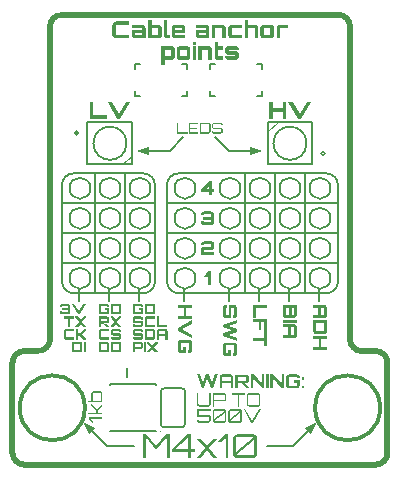
<source format=gbr>
%TF.GenerationSoftware,Altium Limited,Altium Designer,23.8.1 (32)*%
G04 Layer_Color=16777215*
%FSLAX26Y26*%
%MOIN*%
%TF.SameCoordinates,B48688C3-A13A-492E-84A6-6931980A1D19*%
%TF.FilePolarity,Positive*%
%TF.FileFunction,Legend,Top*%
%TF.Part,Single*%
G01*
G75*
%TA.AperFunction,NonConductor*%
%ADD31C,0.007874*%
%ADD32C,0.003937*%
%ADD33C,0.006142*%
%ADD34C,0.005000*%
%ADD35C,0.011811*%
%ADD36C,0.008000*%
%ADD37C,0.019685*%
G36*
X-389996Y-48111D02*
X-349996Y-68111D01*
X-369996Y-88111D01*
X-389996Y-48111D01*
D02*
G37*
G36*
X390004D02*
X350004Y-68111D01*
X370004Y-88111D01*
X390004Y-48111D01*
D02*
G37*
G36*
X-213281Y856889D02*
X-170854Y871031D01*
Y842747D01*
X-213281Y856889D01*
D02*
G37*
G36*
X208600D02*
X166173Y871031D01*
Y842747D01*
X208600Y856889D01*
D02*
G37*
G36*
X-332719Y55323D02*
X-332228Y55269D01*
X-331627Y55105D01*
X-330972Y54941D01*
X-330317Y54668D01*
X-329661Y54340D01*
X-329607Y54286D01*
X-329388Y54177D01*
X-329061Y53904D01*
X-328679Y53631D01*
X-328242Y53194D01*
X-327750Y52757D01*
X-327314Y52157D01*
X-326877Y51556D01*
X-326822Y51501D01*
X-326713Y51283D01*
X-326549Y50901D01*
X-326385Y50464D01*
X-326222Y49918D01*
X-326058Y49263D01*
X-325949Y48553D01*
X-325894Y47788D01*
Y18305D01*
X-374106D01*
Y23491D01*
X-362203D01*
Y48116D01*
X-362148Y48553D01*
X-362094Y49044D01*
X-361930Y49645D01*
X-361766Y50245D01*
X-361493Y50901D01*
X-361166Y51556D01*
X-361111Y51611D01*
X-361002Y51829D01*
X-360729Y52157D01*
X-360456Y52539D01*
X-360019Y53030D01*
X-359582Y53467D01*
X-358982Y53904D01*
X-358381Y54340D01*
X-358326Y54395D01*
X-358108Y54504D01*
X-357726Y54668D01*
X-357289Y54886D01*
X-356743Y55050D01*
X-356088Y55214D01*
X-355378Y55323D01*
X-354614Y55378D01*
X-333429D01*
X-333320D01*
X-333101D01*
X-332719Y55323D01*
D02*
G37*
G36*
X-344021Y-2443D02*
X-325949Y13991D01*
X-325894D01*
Y7275D01*
X-341455Y-7030D01*
Y-17022D01*
X-325894D01*
Y-22209D01*
X-374106D01*
Y-17022D01*
X-346587D01*
Y-7030D01*
X-362203Y7275D01*
Y14046D01*
X-362148D01*
X-344021Y-2443D01*
D02*
G37*
G36*
X-325894Y-36350D02*
X-365206D01*
X-356907Y-43339D01*
Y-50000D01*
X-370994Y-38152D01*
Y-31163D01*
X-325894D01*
Y-36350D01*
D02*
G37*
G36*
X-265266Y963647D02*
X-275374D01*
X-308022Y1020063D01*
X-293952D01*
X-270252Y979083D01*
X-246552Y1020063D01*
X-232550D01*
X-265266Y963647D01*
D02*
G37*
G36*
X-355285Y975873D02*
X-310958D01*
Y963647D01*
X-367442D01*
Y1020131D01*
X-355285D01*
Y975873D01*
D02*
G37*
G36*
X291815Y1264945D02*
X267296D01*
Y1231478D01*
X255275D01*
Y1265560D01*
Y1265628D01*
Y1265696D01*
Y1266106D01*
X255343Y1266721D01*
X255480Y1267472D01*
X255685Y1268360D01*
X255958Y1269248D01*
X256300Y1270272D01*
X256846Y1271229D01*
X256914Y1271365D01*
X257119Y1271638D01*
X257461Y1272117D01*
X257939Y1272663D01*
X258553Y1273346D01*
X259236Y1274029D01*
X260124Y1274712D01*
X261012Y1275327D01*
X261149Y1275395D01*
X261490Y1275600D01*
X261968Y1275805D01*
X262720Y1276146D01*
X263539Y1276419D01*
X264564Y1276624D01*
X265588Y1276829D01*
X266749Y1276898D01*
X291815D01*
Y1264945D01*
D02*
G37*
G36*
X236834Y1276829D02*
X237585Y1276693D01*
X238473Y1276556D01*
X239429Y1276283D01*
X240454Y1275873D01*
X241410Y1275395D01*
X241547Y1275327D01*
X241820Y1275122D01*
X242298Y1274780D01*
X242844Y1274302D01*
X243527Y1273687D01*
X244210Y1273004D01*
X244825Y1272185D01*
X245440Y1271229D01*
X245508Y1271092D01*
X245713Y1270751D01*
X245918Y1270272D01*
X246259Y1269521D01*
X246533Y1268701D01*
X246738Y1267745D01*
X246942Y1266721D01*
X247011Y1265560D01*
Y1242816D01*
Y1242679D01*
Y1242269D01*
X246942Y1241655D01*
X246806Y1240903D01*
X246601Y1240015D01*
X246328Y1239059D01*
X245986Y1238103D01*
X245440Y1237079D01*
X245371Y1236942D01*
X245167Y1236669D01*
X244825Y1236191D01*
X244347Y1235644D01*
X243801Y1234961D01*
X243118Y1234278D01*
X242298Y1233595D01*
X241410Y1232981D01*
X241274Y1232912D01*
X241000Y1232776D01*
X240454Y1232503D01*
X239771Y1232229D01*
X238883Y1231956D01*
X237927Y1231683D01*
X236834Y1231546D01*
X235673Y1231478D01*
X211768D01*
X211153Y1231546D01*
X210402Y1231683D01*
X209514Y1231820D01*
X208558Y1232093D01*
X207602Y1232503D01*
X206577Y1232981D01*
X206440Y1233049D01*
X206167Y1233254D01*
X205689Y1233595D01*
X205143Y1234073D01*
X204460Y1234688D01*
X203777Y1235371D01*
X203094Y1236191D01*
X202479Y1237079D01*
X202411Y1237215D01*
X202206Y1237557D01*
X202001Y1238035D01*
X201728Y1238786D01*
X201386Y1239606D01*
X201181Y1240630D01*
X200976Y1241655D01*
X200908Y1242816D01*
Y1265560D01*
Y1265628D01*
Y1265696D01*
Y1266106D01*
X200976Y1266721D01*
X201113Y1267472D01*
X201318Y1268360D01*
X201591Y1269248D01*
X201933Y1270272D01*
X202479Y1271229D01*
X202547Y1271365D01*
X202752Y1271638D01*
X203094Y1272117D01*
X203572Y1272663D01*
X204187Y1273346D01*
X204870Y1274029D01*
X205689Y1274712D01*
X206577Y1275327D01*
X206714Y1275395D01*
X207055Y1275600D01*
X207533Y1275805D01*
X208285Y1276146D01*
X209104Y1276419D01*
X210129Y1276624D01*
X211153Y1276829D01*
X212314Y1276898D01*
X236219D01*
X236834Y1276829D01*
D02*
G37*
G36*
X160748Y1276898D02*
X184038D01*
X184653Y1276829D01*
X185404Y1276693D01*
X186292Y1276488D01*
X187180Y1276215D01*
X188204Y1275873D01*
X189161Y1275327D01*
X189297Y1275258D01*
X189570Y1275053D01*
X190048Y1274712D01*
X190663Y1274234D01*
X191346Y1273619D01*
X192029Y1272936D01*
X192712Y1272117D01*
X193327Y1271229D01*
X193395Y1271092D01*
X193600Y1270819D01*
X193805Y1270272D01*
X194147Y1269589D01*
X194420Y1268770D01*
X194625Y1267745D01*
X194829Y1266721D01*
X194898Y1265560D01*
Y1231478D01*
X182877D01*
Y1264945D01*
X160748D01*
Y1231478D01*
X148727D01*
Y1291787D01*
X160748D01*
Y1276898D01*
D02*
G37*
G36*
X140053Y1264945D02*
X106040D01*
Y1243430D01*
X140121D01*
Y1231478D01*
X104878D01*
X104264Y1231546D01*
X103512Y1231683D01*
X102624Y1231820D01*
X101668Y1232093D01*
X100712Y1232503D01*
X99688Y1232981D01*
X99551Y1233049D01*
X99278Y1233254D01*
X98800Y1233595D01*
X98253Y1234073D01*
X97570Y1234688D01*
X96887Y1235371D01*
X96204Y1236191D01*
X95590Y1237079D01*
X95521Y1237215D01*
X95316Y1237557D01*
X95112Y1238035D01*
X94838Y1238786D01*
X94497Y1239606D01*
X94292Y1240630D01*
X94087Y1241655D01*
X94019Y1242816D01*
Y1265560D01*
Y1265628D01*
Y1265696D01*
Y1266106D01*
X94087Y1266721D01*
X94224Y1267472D01*
X94428Y1268360D01*
X94702Y1269248D01*
X95043Y1270272D01*
X95590Y1271229D01*
X95658Y1271365D01*
X95863Y1271638D01*
X96204Y1272117D01*
X96682Y1272663D01*
X97297Y1273346D01*
X97980Y1274029D01*
X98800Y1274712D01*
X99688Y1275327D01*
X99824Y1275395D01*
X100166Y1275600D01*
X100644Y1275805D01*
X101395Y1276146D01*
X102215Y1276419D01*
X103239Y1276624D01*
X104264Y1276829D01*
X105425Y1276898D01*
X140053D01*
Y1264945D01*
D02*
G37*
G36*
X75578Y1276829D02*
X76329Y1276693D01*
X77217Y1276488D01*
X78173Y1276215D01*
X79198Y1275873D01*
X80154Y1275327D01*
X80290Y1275258D01*
X80564Y1275053D01*
X81042Y1274712D01*
X81656Y1274234D01*
X82271Y1273619D01*
X82954Y1272936D01*
X83637Y1272117D01*
X84252Y1271229D01*
X84320Y1271092D01*
X84525Y1270819D01*
X84730Y1270272D01*
X85071Y1269589D01*
X85345Y1268770D01*
X85549Y1267745D01*
X85754Y1266721D01*
X85823Y1265560D01*
Y1231478D01*
X73802D01*
Y1264945D01*
X51673D01*
Y1231478D01*
X39652D01*
Y1276898D01*
X74963D01*
X75578Y1276829D01*
D02*
G37*
G36*
X21006D02*
X21757Y1276693D01*
X22645Y1276556D01*
X23601Y1276283D01*
X24626Y1275873D01*
X25582Y1275395D01*
X25719Y1275327D01*
X25992Y1275122D01*
X26470Y1274780D01*
X27016Y1274302D01*
X27699Y1273687D01*
X28382Y1273004D01*
X28997Y1272185D01*
X29612Y1271229D01*
X29680Y1271092D01*
X29885Y1270751D01*
X30090Y1270272D01*
X30431Y1269521D01*
X30705Y1268701D01*
X30910Y1267745D01*
X31114Y1266721D01*
X31183Y1265560D01*
Y1231478D01*
X-4060D01*
X-4675Y1231546D01*
X-5426Y1231683D01*
X-6314Y1231820D01*
X-7270Y1232093D01*
X-8226Y1232503D01*
X-9251Y1232981D01*
X-9387Y1233049D01*
X-9661Y1233254D01*
X-10139Y1233595D01*
X-10754Y1234073D01*
X-11437Y1234688D01*
X-12120Y1235371D01*
X-12803Y1236191D01*
X-13417Y1237079D01*
X-13486Y1237215D01*
X-13622Y1237557D01*
X-13895Y1238035D01*
X-14168Y1238786D01*
X-14442Y1239606D01*
X-14715Y1240630D01*
X-14851Y1241655D01*
X-14920Y1242816D01*
Y1260232D01*
X19230D01*
Y1264945D01*
X-14920D01*
Y1276898D01*
X20391D01*
X21006Y1276829D01*
D02*
G37*
G36*
X-58632Y1276829D02*
X-57880Y1276693D01*
X-56993Y1276556D01*
X-56036Y1276283D01*
X-55012Y1275873D01*
X-54056Y1275395D01*
X-53919Y1275326D01*
X-53646Y1275122D01*
X-53168Y1274780D01*
X-52621Y1274302D01*
X-51938Y1273687D01*
X-51255Y1273004D01*
X-50641Y1272185D01*
X-50026Y1271228D01*
X-49958Y1271092D01*
X-49753Y1270750D01*
X-49548Y1270272D01*
X-49206Y1269521D01*
X-48933Y1268701D01*
X-48728Y1267745D01*
X-48523Y1266721D01*
X-48455Y1265560D01*
Y1248143D01*
X-82537D01*
Y1243430D01*
X-48455D01*
Y1231478D01*
X-83698D01*
X-84313Y1231546D01*
X-85064Y1231683D01*
X-85952Y1231819D01*
X-86908Y1232093D01*
X-87864Y1232502D01*
X-88889Y1232980D01*
X-89025Y1233049D01*
X-89299Y1233254D01*
X-89777Y1233595D01*
X-90323Y1234073D01*
X-91006Y1234688D01*
X-91689Y1235371D01*
X-92372Y1236191D01*
X-92987Y1237079D01*
X-93055Y1237215D01*
X-93260Y1237557D01*
X-93465Y1238035D01*
X-93738Y1238786D01*
X-94079Y1239606D01*
X-94284Y1240630D01*
X-94489Y1241655D01*
X-94558Y1242816D01*
Y1265560D01*
Y1265628D01*
Y1265696D01*
Y1266106D01*
X-94489Y1266721D01*
X-94353Y1267472D01*
X-94148Y1268360D01*
X-93875Y1269248D01*
X-93533Y1270272D01*
X-92987Y1271228D01*
X-92918Y1271365D01*
X-92713Y1271638D01*
X-92372Y1272116D01*
X-91894Y1272663D01*
X-91279Y1273346D01*
X-90596Y1274029D01*
X-89777Y1274712D01*
X-88889Y1275326D01*
X-88752Y1275395D01*
X-88411Y1275600D01*
X-87933Y1275805D01*
X-87181Y1276146D01*
X-86362Y1276419D01*
X-85337Y1276624D01*
X-84313Y1276829D01*
X-83151Y1276897D01*
X-59246D01*
X-58632Y1276829D01*
D02*
G37*
G36*
X-108832Y1243430D02*
X-99680D01*
Y1231478D01*
X-110062D01*
X-110676Y1231546D01*
X-111428Y1231683D01*
X-112316Y1231819D01*
X-113272Y1232093D01*
X-114228Y1232502D01*
X-115252Y1232980D01*
X-115389Y1233049D01*
X-115662Y1233254D01*
X-116140Y1233595D01*
X-116687Y1234073D01*
X-117370Y1234688D01*
X-118053Y1235371D01*
X-118736Y1236191D01*
X-119350Y1237079D01*
X-119419Y1237215D01*
X-119624Y1237557D01*
X-119829Y1238035D01*
X-120102Y1238786D01*
X-120443Y1239606D01*
X-120648Y1240630D01*
X-120853Y1241655D01*
X-120921Y1242816D01*
Y1291923D01*
X-108832D01*
Y1243430D01*
D02*
G37*
G36*
X-161082Y1276897D02*
X-137792D01*
X-137177Y1276829D01*
X-136425Y1276693D01*
X-135538Y1276488D01*
X-134581Y1276214D01*
X-133557Y1275873D01*
X-132601Y1275326D01*
X-132464Y1275258D01*
X-132191Y1275053D01*
X-131713Y1274712D01*
X-131098Y1274234D01*
X-130483Y1273619D01*
X-129800Y1272936D01*
X-129117Y1272116D01*
X-128503Y1271228D01*
X-128434Y1271092D01*
X-128230Y1270819D01*
X-128025Y1270272D01*
X-127683Y1269589D01*
X-127410Y1268770D01*
X-127205Y1267745D01*
X-127000Y1266721D01*
X-126932Y1265560D01*
Y1242816D01*
Y1242679D01*
Y1242269D01*
X-127000Y1241655D01*
X-127137Y1240903D01*
X-127342Y1240015D01*
X-127615Y1239059D01*
X-127956Y1238103D01*
X-128503Y1237079D01*
X-128571Y1236942D01*
X-128776Y1236669D01*
X-129117Y1236191D01*
X-129595Y1235644D01*
X-130142Y1234961D01*
X-130893Y1234278D01*
X-131644Y1233595D01*
X-132601Y1232980D01*
X-132737Y1232912D01*
X-133079Y1232776D01*
X-133557Y1232502D01*
X-134308Y1232229D01*
X-135128Y1231956D01*
X-136084Y1231683D01*
X-137177Y1231546D01*
X-138338Y1231478D01*
X-173103D01*
Y1291787D01*
X-161082D01*
Y1276897D01*
D02*
G37*
G36*
X-191749Y1276829D02*
X-190997Y1276693D01*
X-190109Y1276556D01*
X-189153Y1276283D01*
X-188129Y1275873D01*
X-187172Y1275395D01*
X-187036Y1275326D01*
X-186763Y1275122D01*
X-186285Y1274780D01*
X-185738Y1274302D01*
X-185055Y1273687D01*
X-184372Y1273004D01*
X-183757Y1272185D01*
X-183143Y1271228D01*
X-183074Y1271092D01*
X-182869Y1270750D01*
X-182665Y1270272D01*
X-182323Y1269521D01*
X-182050Y1268701D01*
X-181845Y1267745D01*
X-181640Y1266721D01*
X-181572Y1265560D01*
Y1231478D01*
X-216815D01*
X-217429Y1231546D01*
X-218181Y1231683D01*
X-219069Y1231819D01*
X-220025Y1232093D01*
X-220981Y1232502D01*
X-222005Y1232980D01*
X-222142Y1233049D01*
X-222415Y1233254D01*
X-222893Y1233595D01*
X-223508Y1234073D01*
X-224191Y1234688D01*
X-224874Y1235371D01*
X-225557Y1236191D01*
X-226172Y1237079D01*
X-226240Y1237215D01*
X-226377Y1237557D01*
X-226650Y1238035D01*
X-226923Y1238786D01*
X-227196Y1239606D01*
X-227469Y1240630D01*
X-227606Y1241655D01*
X-227674Y1242816D01*
Y1260232D01*
X-193524D01*
Y1264945D01*
X-227674D01*
Y1276897D01*
X-192363D01*
X-191749Y1276829D01*
D02*
G37*
G36*
X-235529Y1275668D02*
X-277533D01*
X-277807Y1275600D01*
X-278421Y1275395D01*
X-279036Y1275053D01*
X-279104Y1274917D01*
X-279309Y1274575D01*
X-279582Y1273960D01*
X-279651Y1273551D01*
Y1273073D01*
Y1246231D01*
Y1246162D01*
Y1246026D01*
X-279582Y1245821D01*
Y1245548D01*
X-279377Y1244933D01*
X-279036Y1244318D01*
X-278899Y1244250D01*
X-278558Y1244045D01*
X-277943Y1243772D01*
X-277055Y1243704D01*
X-235529D01*
Y1231478D01*
X-280743D01*
X-281358Y1231546D01*
X-282109Y1231683D01*
X-283066Y1231819D01*
X-284022Y1232093D01*
X-285046Y1232502D01*
X-286071Y1232980D01*
X-286207Y1233049D01*
X-286481Y1233254D01*
X-286959Y1233595D01*
X-287573Y1234073D01*
X-288256Y1234688D01*
X-288939Y1235371D01*
X-289622Y1236259D01*
X-290237Y1237147D01*
X-290305Y1237283D01*
X-290510Y1237625D01*
X-290715Y1238171D01*
X-290988Y1238854D01*
X-291330Y1239742D01*
X-291535Y1240767D01*
X-291740Y1241860D01*
X-291808Y1243021D01*
Y1276283D01*
Y1276351D01*
Y1276419D01*
Y1276829D01*
X-291740Y1277444D01*
X-291603Y1278195D01*
X-291398Y1279083D01*
X-291125Y1280108D01*
X-290784Y1281064D01*
X-290237Y1282088D01*
X-290169Y1282225D01*
X-289964Y1282498D01*
X-289622Y1283044D01*
X-289144Y1283591D01*
X-288530Y1284274D01*
X-287847Y1285025D01*
X-286959Y1285708D01*
X-286071Y1286323D01*
X-285934Y1286391D01*
X-285593Y1286596D01*
X-285046Y1286801D01*
X-284363Y1287142D01*
X-283475Y1287416D01*
X-282451Y1287620D01*
X-281358Y1287825D01*
X-280197Y1287894D01*
X-235529D01*
Y1275668D01*
D02*
G37*
G36*
X-11846Y1208174D02*
X-23867Y1208174D01*
Y1220195D01*
X-11846Y1220195D01*
Y1208174D01*
D02*
G37*
G36*
X119631Y1205237D02*
X120382Y1205101D01*
X121270Y1204896D01*
X122227Y1204622D01*
X123251Y1204281D01*
X124207Y1203735D01*
X124344Y1203666D01*
X124617Y1203461D01*
X125095Y1203120D01*
X125710Y1202642D01*
X126393Y1202027D01*
X127076Y1201344D01*
X127759Y1200524D01*
X128374Y1199637D01*
X128442Y1199500D01*
X128647Y1199227D01*
X128852Y1198680D01*
X129193Y1197997D01*
X129466Y1197178D01*
X129671Y1196153D01*
X129876Y1195129D01*
X129945Y1193968D01*
Y1191714D01*
X117855D01*
Y1193353D01*
X95726D01*
Y1188640D01*
X119016D01*
X119631Y1188572D01*
X120382Y1188435D01*
X121270Y1188230D01*
X122227Y1187957D01*
X123251Y1187616D01*
X124207Y1187069D01*
X124344Y1187001D01*
X124617Y1186796D01*
X125095Y1186455D01*
X125710Y1185976D01*
X126393Y1185362D01*
X127076Y1184679D01*
X127759Y1183859D01*
X128374Y1182903D01*
X128442Y1182766D01*
X128647Y1182425D01*
X128852Y1181947D01*
X129193Y1181196D01*
X129466Y1180376D01*
X129671Y1179420D01*
X129876Y1178395D01*
X129945Y1177234D01*
Y1171224D01*
Y1171087D01*
Y1170677D01*
X129876Y1170063D01*
X129740Y1169311D01*
X129535Y1168423D01*
X129262Y1167467D01*
X128920Y1166511D01*
X128374Y1165486D01*
X128305Y1165350D01*
X128100Y1165077D01*
X127759Y1164599D01*
X127281Y1164052D01*
X126666Y1163369D01*
X125983Y1162686D01*
X125163Y1162003D01*
X124207Y1161389D01*
X124071Y1161320D01*
X123797Y1161184D01*
X123251Y1160910D01*
X122568Y1160637D01*
X121680Y1160364D01*
X120724Y1160091D01*
X119631Y1159954D01*
X118470Y1159886D01*
X94565D01*
X94019Y1159954D01*
X93199Y1160091D01*
X92379Y1160227D01*
X91423Y1160501D01*
X90399Y1160910D01*
X89443Y1161389D01*
X89306Y1161457D01*
X89033Y1161662D01*
X88555Y1162003D01*
X88008Y1162481D01*
X87325Y1163096D01*
X86642Y1163779D01*
X85959Y1164599D01*
X85345Y1165486D01*
X85276Y1165623D01*
X85071Y1165965D01*
X84867Y1166443D01*
X84593Y1167194D01*
X84252Y1168014D01*
X84047Y1169038D01*
X83842Y1170063D01*
X83774Y1171224D01*
Y1173478D01*
X95726D01*
Y1171838D01*
X117855D01*
Y1176551D01*
X94565D01*
X94019Y1176619D01*
X93199Y1176756D01*
X92379Y1176961D01*
X91423Y1177234D01*
X90399Y1177576D01*
X89443Y1178122D01*
X89306Y1178190D01*
X89033Y1178395D01*
X88555Y1178737D01*
X88008Y1179215D01*
X87325Y1179830D01*
X86642Y1180513D01*
X85959Y1181400D01*
X85345Y1182288D01*
X85276Y1182425D01*
X85071Y1182766D01*
X84867Y1183245D01*
X84593Y1183996D01*
X84252Y1184815D01*
X84047Y1185772D01*
X83842Y1186796D01*
X83774Y1187889D01*
Y1193968D01*
Y1194036D01*
Y1194104D01*
Y1194514D01*
X83842Y1195129D01*
X83979Y1195880D01*
X84183Y1196768D01*
X84457Y1197656D01*
X84798Y1198680D01*
X85345Y1199637D01*
X85413Y1199773D01*
X85618Y1200046D01*
X85959Y1200524D01*
X86437Y1201071D01*
X87052Y1201754D01*
X87735Y1202437D01*
X88555Y1203120D01*
X89443Y1203735D01*
X89579Y1203803D01*
X89921Y1204008D01*
X90399Y1204213D01*
X91082Y1204554D01*
X91970Y1204827D01*
X92926Y1205032D01*
X93950Y1205237D01*
X95112Y1205305D01*
X119016D01*
X119631Y1205237D01*
D02*
G37*
G36*
X60757Y1205305D02*
X77627D01*
Y1193353D01*
X60757D01*
Y1171838D01*
X77627D01*
Y1159886D01*
X59664D01*
X59049Y1159954D01*
X58298Y1160091D01*
X57410Y1160227D01*
X56385Y1160501D01*
X55429Y1160910D01*
X54405Y1161389D01*
X54268Y1161457D01*
X53995Y1161662D01*
X53517Y1162003D01*
X52970Y1162481D01*
X52287Y1163096D01*
X51604Y1163779D01*
X50921Y1164599D01*
X50307Y1165486D01*
X50238Y1165623D01*
X50033Y1165965D01*
X49829Y1166443D01*
X49555Y1167194D01*
X49214Y1168014D01*
X49009Y1169038D01*
X48804Y1170063D01*
X48736Y1171224D01*
Y1218829D01*
X60757D01*
Y1205305D01*
D02*
G37*
G36*
X30158Y1205237D02*
X30910Y1205101D01*
X31797Y1204896D01*
X32754Y1204622D01*
X33778Y1204281D01*
X34734Y1203735D01*
X34871Y1203666D01*
X35144Y1203461D01*
X35622Y1203120D01*
X36237Y1202642D01*
X36852Y1202027D01*
X37535Y1201344D01*
X38218Y1200524D01*
X38832Y1199637D01*
X38901Y1199500D01*
X39105Y1199227D01*
X39310Y1198680D01*
X39652Y1197997D01*
X39925Y1197178D01*
X40130Y1196153D01*
X40335Y1195129D01*
X40403Y1193968D01*
Y1159886D01*
X28382D01*
Y1193353D01*
X6253D01*
Y1159886D01*
X-5768D01*
Y1205305D01*
X29544D01*
X30158Y1205237D01*
D02*
G37*
G36*
X-11846Y1159886D02*
X-23867Y1159886D01*
Y1205305D01*
X-11846Y1205305D01*
Y1159886D01*
D02*
G37*
G36*
X-42308Y1205237D02*
X-41557Y1205100D01*
X-40669Y1204964D01*
X-39713Y1204691D01*
X-38688Y1204281D01*
X-37732Y1203803D01*
X-37595Y1203734D01*
X-37322Y1203530D01*
X-36844Y1203188D01*
X-36298Y1202710D01*
X-35615Y1202095D01*
X-34932Y1201412D01*
X-34317Y1200593D01*
X-33702Y1199636D01*
X-33634Y1199500D01*
X-33429Y1199158D01*
X-33224Y1198680D01*
X-32883Y1197929D01*
X-32609Y1197109D01*
X-32405Y1196153D01*
X-32200Y1195129D01*
X-32131Y1193967D01*
Y1171224D01*
Y1171087D01*
Y1170677D01*
X-32200Y1170062D01*
X-32336Y1169311D01*
X-32541Y1168423D01*
X-32814Y1167467D01*
X-33156Y1166511D01*
X-33702Y1165486D01*
X-33771Y1165350D01*
X-33975Y1165077D01*
X-34317Y1164599D01*
X-34795Y1164052D01*
X-35342Y1163369D01*
X-36025Y1162686D01*
X-36844Y1162003D01*
X-37732Y1161388D01*
X-37869Y1161320D01*
X-38142Y1161184D01*
X-38688Y1160910D01*
X-39371Y1160637D01*
X-40259Y1160364D01*
X-41215Y1160091D01*
X-42308Y1159954D01*
X-43469Y1159886D01*
X-67374D01*
X-67989Y1159954D01*
X-68740Y1160091D01*
X-69628Y1160227D01*
X-70584Y1160501D01*
X-71540Y1160910D01*
X-72565Y1161388D01*
X-72702Y1161457D01*
X-72975Y1161662D01*
X-73453Y1162003D01*
X-73999Y1162481D01*
X-74682Y1163096D01*
X-75365Y1163779D01*
X-76048Y1164599D01*
X-76663Y1165486D01*
X-76731Y1165623D01*
X-76936Y1165965D01*
X-77141Y1166443D01*
X-77414Y1167194D01*
X-77756Y1168014D01*
X-77961Y1169038D01*
X-78166Y1170062D01*
X-78234Y1171224D01*
Y1193967D01*
Y1194036D01*
Y1194104D01*
Y1194514D01*
X-78166Y1195129D01*
X-78029Y1195880D01*
X-77824Y1196768D01*
X-77551Y1197656D01*
X-77209Y1198680D01*
X-76663Y1199636D01*
X-76595Y1199773D01*
X-76390Y1200046D01*
X-76048Y1200524D01*
X-75570Y1201071D01*
X-74956Y1201754D01*
X-74272Y1202437D01*
X-73453Y1203120D01*
X-72565Y1203734D01*
X-72428Y1203803D01*
X-72087Y1204008D01*
X-71609Y1204213D01*
X-70858Y1204554D01*
X-70038Y1204827D01*
X-69013Y1205032D01*
X-67989Y1205237D01*
X-66828Y1205305D01*
X-42923D01*
X-42308Y1205237D01*
D02*
G37*
G36*
X-94148D02*
X-93397Y1205100D01*
X-92509Y1204896D01*
X-91552Y1204622D01*
X-90528Y1204281D01*
X-89572Y1203734D01*
X-89435Y1203666D01*
X-89162Y1203461D01*
X-88684Y1203120D01*
X-88069Y1202642D01*
X-87454Y1202027D01*
X-86771Y1201344D01*
X-86088Y1200524D01*
X-85474Y1199636D01*
X-85405Y1199500D01*
X-85201Y1199227D01*
X-84996Y1198680D01*
X-84654Y1197997D01*
X-84381Y1197178D01*
X-84176Y1196153D01*
X-83971Y1195129D01*
X-83903Y1193967D01*
Y1171224D01*
Y1171087D01*
Y1170677D01*
X-83971Y1170062D01*
X-84108Y1169311D01*
X-84313Y1168423D01*
X-84586Y1167467D01*
X-84927Y1166511D01*
X-85474Y1165486D01*
X-85542Y1165350D01*
X-85747Y1165077D01*
X-86088Y1164599D01*
X-86567Y1164052D01*
X-87113Y1163369D01*
X-87864Y1162686D01*
X-88615Y1162003D01*
X-89572Y1161388D01*
X-89708Y1161320D01*
X-90050Y1161184D01*
X-90528Y1160910D01*
X-91279Y1160637D01*
X-92099Y1160364D01*
X-93055Y1160091D01*
X-94148Y1159954D01*
X-95309Y1159886D01*
X-118053D01*
Y1141855D01*
X-130074D01*
Y1205305D01*
X-94763D01*
X-94148Y1205237D01*
D02*
G37*
G36*
X35103Y11857D02*
Y11748D01*
Y11529D01*
X35049Y11092D01*
X34994Y10601D01*
X34830Y10001D01*
X34666Y9345D01*
X34394Y8690D01*
X34066Y8035D01*
X34011Y7980D01*
X33902Y7762D01*
X33684Y7434D01*
X33356Y7052D01*
X32974Y6615D01*
X32483Y6178D01*
X31936Y5742D01*
X31336Y5359D01*
X31281Y5305D01*
X31063Y5196D01*
X30681Y5032D01*
X30244Y4868D01*
X29698Y4704D01*
X29043Y4540D01*
X28333Y4431D01*
X27569Y4377D01*
X-2844D01*
X-3280Y4431D01*
X-3772Y4486D01*
X-4372Y4595D01*
X-5028Y4814D01*
X-5683Y5032D01*
X-6338Y5359D01*
X-6393Y5414D01*
X-6611Y5523D01*
X-6939Y5742D01*
X-7321Y6069D01*
X-7758Y6452D01*
X-8194Y6888D01*
X-8631Y7434D01*
X-9068Y8035D01*
X-9123Y8089D01*
X-9232Y8363D01*
X-9396Y8690D01*
X-9559Y9181D01*
X-9723Y9727D01*
X-9887Y10383D01*
X-9996Y11092D01*
X-10051Y11857D01*
Y49476D01*
X-4973D01*
Y11857D01*
Y11802D01*
Y11693D01*
X-4918Y11529D01*
X-4864Y11256D01*
X-4646Y10710D01*
X-4482Y10383D01*
X-4263Y10110D01*
X-4209Y10055D01*
X-4099Y10001D01*
X-3990Y9891D01*
X-3772Y9782D01*
X-3226Y9509D01*
X-2898Y9454D01*
X-2516Y9400D01*
X27732D01*
X27951Y9454D01*
X28169Y9509D01*
X28770Y9727D01*
X29043Y9891D01*
X29316Y10110D01*
X29370Y10164D01*
X29425Y10274D01*
X29534Y10383D01*
X29698Y10601D01*
X29916Y11147D01*
X29971Y11475D01*
X30026Y11857D01*
Y49476D01*
X35103D01*
Y11857D01*
D02*
G37*
G36*
X194481Y49422D02*
X194972Y49367D01*
X195573Y49203D01*
X196173Y49039D01*
X196828Y48767D01*
X197484Y48439D01*
X197538Y48384D01*
X197757Y48275D01*
X198084Y48057D01*
X198466Y47729D01*
X198903Y47347D01*
X199395Y46855D01*
X199832Y46309D01*
X200214Y45709D01*
X200268Y45654D01*
X200377Y45436D01*
X200541Y45054D01*
X200760Y44617D01*
X200923Y44071D01*
X201087Y43416D01*
X201196Y42706D01*
X201251Y41941D01*
Y11857D01*
Y11748D01*
Y11529D01*
X201196Y11092D01*
X201142Y10601D01*
X200978Y10001D01*
X200814Y9345D01*
X200541Y8690D01*
X200214Y8035D01*
X200159Y7980D01*
X200050Y7762D01*
X199832Y7434D01*
X199504Y7052D01*
X199122Y6615D01*
X198630Y6178D01*
X198084Y5742D01*
X197484Y5359D01*
X197429Y5305D01*
X197211Y5196D01*
X196828Y5032D01*
X196392Y4868D01*
X195846Y4704D01*
X195190Y4540D01*
X194481Y4431D01*
X193716Y4377D01*
X163304D01*
X162867Y4431D01*
X162376Y4486D01*
X161775Y4595D01*
X161120Y4814D01*
X160465Y5032D01*
X159810Y5359D01*
X159755Y5414D01*
X159537Y5523D01*
X159209Y5742D01*
X158827Y6069D01*
X158390Y6452D01*
X157953Y6888D01*
X157517Y7434D01*
X157080Y8035D01*
X157025Y8089D01*
X156916Y8363D01*
X156752Y8690D01*
X156588Y9181D01*
X156424Y9727D01*
X156261Y10383D01*
X156151Y11092D01*
X156097Y11857D01*
Y41941D01*
Y42051D01*
Y42269D01*
X156151Y42706D01*
X156206Y43197D01*
X156315Y43798D01*
X156534Y44398D01*
X156752Y45054D01*
X157080Y45709D01*
X157134Y45764D01*
X157244Y45982D01*
X157517Y46309D01*
X157790Y46692D01*
X158226Y47129D01*
X158663Y47620D01*
X159209Y48057D01*
X159810Y48439D01*
X159864Y48493D01*
X160137Y48603D01*
X160465Y48767D01*
X160956Y48985D01*
X161502Y49149D01*
X162157Y49312D01*
X162867Y49422D01*
X163632Y49476D01*
X194044D01*
X194481Y49422D01*
D02*
G37*
G36*
X151511Y44398D02*
X131527D01*
Y4377D01*
X126449D01*
Y44398D01*
X106356D01*
Y49476D01*
X151511D01*
Y44398D01*
D02*
G37*
G36*
X80367Y49367D02*
X80913Y49312D01*
X81459Y49149D01*
X82114Y48985D01*
X82769Y48712D01*
X83424Y48384D01*
X83479Y48330D01*
X83697Y48221D01*
X84025Y47947D01*
X84407Y47675D01*
X84844Y47238D01*
X85335Y46801D01*
X85772Y46255D01*
X86154Y45654D01*
X86209Y45600D01*
X86318Y45381D01*
X86482Y44999D01*
X86646Y44562D01*
X86809Y44016D01*
X86973Y43361D01*
X87082Y42651D01*
X87137Y41887D01*
Y28674D01*
Y28564D01*
Y28346D01*
X87082Y27909D01*
X87028Y27418D01*
X86919Y26817D01*
X86700Y26217D01*
X86482Y25561D01*
X86154Y24906D01*
X86100Y24852D01*
X85990Y24633D01*
X85772Y24306D01*
X85445Y23924D01*
X85062Y23487D01*
X84571Y23050D01*
X84025Y22613D01*
X83424Y22176D01*
X83370Y22122D01*
X83097Y22012D01*
X82769Y21849D01*
X82278Y21685D01*
X81732Y21466D01*
X81076Y21303D01*
X80421Y21194D01*
X79657Y21139D01*
X47115D01*
Y4377D01*
X42038D01*
Y49422D01*
X79984D01*
X80367Y49367D01*
D02*
G37*
G36*
X35595Y-9830D02*
X-2571D01*
X-2789Y-9885D01*
X-3007Y-9939D01*
X-3554Y-10103D01*
X-3881Y-10322D01*
X-4154Y-10540D01*
X-4209Y-10595D01*
X-4263Y-10649D01*
X-4372Y-10813D01*
X-4482Y-11031D01*
X-4755Y-11577D01*
X-4809Y-11905D01*
X-4864Y-12287D01*
Y-21515D01*
Y-21569D01*
Y-21678D01*
X-4809Y-21842D01*
X-4755Y-22115D01*
X-4536Y-22661D01*
X-4372Y-22989D01*
X-4154Y-23262D01*
X-4099Y-23316D01*
X-4045Y-23371D01*
X-3881Y-23480D01*
X-3663Y-23644D01*
X-3117Y-23917D01*
X-2789Y-23972D01*
X-2407Y-24026D01*
X28333D01*
X28770Y-24081D01*
X29261Y-24135D01*
X29862Y-24245D01*
X30462Y-24463D01*
X31117Y-24681D01*
X31773Y-25009D01*
X31827Y-25064D01*
X32046Y-25173D01*
X32373Y-25391D01*
X32755Y-25719D01*
X33247Y-26101D01*
X33684Y-26592D01*
X34120Y-27138D01*
X34557Y-27739D01*
X34612Y-27794D01*
X34721Y-28012D01*
X34885Y-28394D01*
X35103Y-28831D01*
X35267Y-29432D01*
X35431Y-30087D01*
X35540Y-30797D01*
X35595Y-31561D01*
Y-42263D01*
Y-42372D01*
Y-42590D01*
X35540Y-42972D01*
X35486Y-43464D01*
X35322Y-44064D01*
X35158Y-44720D01*
X34885Y-45375D01*
X34557Y-46030D01*
X34503Y-46085D01*
X34394Y-46303D01*
X34120Y-46631D01*
X33847Y-47013D01*
X33411Y-47450D01*
X32974Y-47941D01*
X32373Y-48378D01*
X31773Y-48815D01*
X31718Y-48869D01*
X31500Y-48978D01*
X31117Y-49142D01*
X30681Y-49306D01*
X30135Y-49470D01*
X29480Y-49634D01*
X28770Y-49743D01*
X28005Y-49797D01*
X-2789D01*
X-3171Y-49743D01*
X-3663Y-49688D01*
X-4263Y-49579D01*
X-4918Y-49361D01*
X-5628Y-49142D01*
X-6284Y-48815D01*
X-6338Y-48760D01*
X-6556Y-48596D01*
X-6884Y-48378D01*
X-7266Y-48050D01*
X-7703Y-47668D01*
X-8140Y-47177D01*
X-8577Y-46631D01*
X-9014Y-46030D01*
X-9068Y-45975D01*
X-9177Y-45702D01*
X-9341Y-45375D01*
X-9505Y-44883D01*
X-9669Y-44337D01*
X-9832Y-43682D01*
X-9942Y-43027D01*
X-9996Y-42263D01*
Y-40406D01*
X-4864D01*
Y-42263D01*
Y-42317D01*
Y-42426D01*
X-4809Y-42590D01*
X-4755Y-42863D01*
X-4536Y-43409D01*
X-4372Y-43682D01*
X-4154Y-43955D01*
X-4099Y-44010D01*
X-4045Y-44064D01*
X-3881Y-44174D01*
X-3663Y-44283D01*
X-3117Y-44556D01*
X-2789Y-44610D01*
X-2407Y-44665D01*
X28169D01*
X28333Y-44610D01*
X28606Y-44556D01*
X29152Y-44337D01*
X29425Y-44174D01*
X29698Y-43955D01*
X29753Y-43901D01*
X29807Y-43846D01*
X29916Y-43682D01*
X30080Y-43464D01*
X30299Y-42918D01*
X30353Y-42590D01*
X30408Y-42263D01*
Y-31561D01*
Y-31506D01*
Y-31397D01*
X30353Y-31233D01*
X30299Y-30960D01*
X30135Y-30414D01*
X29916Y-30141D01*
X29698Y-29868D01*
X29643Y-29814D01*
X29589Y-29759D01*
X29425Y-29650D01*
X29206Y-29486D01*
X28660Y-29268D01*
X28387Y-29213D01*
X28005Y-29159D01*
X-9996D01*
Y-4643D01*
X35595D01*
Y-9830D01*
D02*
G37*
G36*
X177282Y-49797D02*
X171385D01*
X145286Y-4698D01*
X151238D01*
X174333Y-44883D01*
X197429Y-4698D01*
X203381D01*
X177282Y-49797D01*
D02*
G37*
G36*
X133110Y-4752D02*
X133602Y-4807D01*
X134202Y-4971D01*
X134803Y-5135D01*
X135458Y-5408D01*
X136113Y-5735D01*
X136168Y-5790D01*
X136386Y-5899D01*
X136714Y-6172D01*
X137096Y-6445D01*
X137588Y-6882D01*
X138024Y-7319D01*
X138461Y-7919D01*
X138898Y-8520D01*
X138952Y-8574D01*
X139062Y-8793D01*
X139226Y-9175D01*
X139444Y-9612D01*
X139608Y-10212D01*
X139772Y-10868D01*
X139881Y-11577D01*
X139935Y-12342D01*
Y-42263D01*
Y-42372D01*
Y-42590D01*
X139881Y-42972D01*
X139826Y-43464D01*
X139662Y-44064D01*
X139499Y-44720D01*
X139226Y-45375D01*
X138898Y-46030D01*
X138843Y-46085D01*
X138734Y-46303D01*
X138461Y-46631D01*
X138188Y-47013D01*
X137751Y-47450D01*
X137315Y-47941D01*
X136714Y-48378D01*
X136113Y-48815D01*
X136059Y-48869D01*
X135840Y-48978D01*
X135458Y-49142D01*
X135021Y-49306D01*
X134475Y-49470D01*
X133820Y-49634D01*
X133110Y-49743D01*
X132346Y-49797D01*
X101552D01*
X101169Y-49743D01*
X100678Y-49688D01*
X100077Y-49579D01*
X99422Y-49361D01*
X98712Y-49142D01*
X98057Y-48815D01*
X98002Y-48760D01*
X97784Y-48596D01*
X97457Y-48378D01*
X97074Y-48050D01*
X96638Y-47668D01*
X96201Y-47177D01*
X95764Y-46631D01*
X95327Y-46030D01*
X95272Y-45975D01*
X95163Y-45702D01*
X94999Y-45375D01*
X94836Y-44883D01*
X94672Y-44337D01*
X94508Y-43682D01*
X94399Y-43027D01*
X94344Y-42263D01*
Y-12342D01*
Y-12233D01*
Y-11960D01*
X94399Y-11577D01*
X94454Y-11086D01*
X94563Y-10485D01*
X94781Y-9830D01*
X94999Y-9175D01*
X95327Y-8520D01*
X95382Y-8465D01*
X95491Y-8247D01*
X95764Y-7919D01*
X96037Y-7537D01*
X96474Y-7046D01*
X96910Y-6609D01*
X97457Y-6172D01*
X98057Y-5735D01*
X98112Y-5681D01*
X98385Y-5571D01*
X98712Y-5408D01*
X99204Y-5189D01*
X99750Y-5025D01*
X100405Y-4862D01*
X101169Y-4752D01*
X101934Y-4698D01*
X132673D01*
X133110Y-4752D01*
D02*
G37*
G36*
X80803D02*
X81295Y-4807D01*
X81895Y-4971D01*
X82496Y-5135D01*
X83151Y-5408D01*
X83806Y-5735D01*
X83861Y-5790D01*
X84079Y-5899D01*
X84407Y-6172D01*
X84789Y-6445D01*
X85281Y-6882D01*
X85718Y-7319D01*
X86154Y-7919D01*
X86591Y-8520D01*
X86646Y-8574D01*
X86755Y-8793D01*
X86919Y-9175D01*
X87137Y-9612D01*
X87301Y-10212D01*
X87465Y-10868D01*
X87574Y-11577D01*
X87629Y-12342D01*
Y-42263D01*
Y-42372D01*
Y-42590D01*
X87574Y-42972D01*
X87519Y-43464D01*
X87356Y-44064D01*
X87192Y-44720D01*
X86919Y-45375D01*
X86591Y-46030D01*
X86537Y-46085D01*
X86427Y-46303D01*
X86154Y-46631D01*
X85881Y-47013D01*
X85445Y-47450D01*
X85008Y-47941D01*
X84407Y-48378D01*
X83806Y-48815D01*
X83752Y-48869D01*
X83534Y-48978D01*
X83151Y-49142D01*
X82715Y-49306D01*
X82168Y-49470D01*
X81513Y-49634D01*
X80803Y-49743D01*
X80039Y-49797D01*
X49245D01*
X48862Y-49743D01*
X48371Y-49688D01*
X47770Y-49579D01*
X47115Y-49361D01*
X46406Y-49142D01*
X45750Y-48815D01*
X45696Y-48760D01*
X45477Y-48596D01*
X45150Y-48378D01*
X44767Y-48050D01*
X44331Y-47668D01*
X43894Y-47177D01*
X43457Y-46631D01*
X43020Y-46030D01*
X42966Y-45975D01*
X42856Y-45702D01*
X42693Y-45375D01*
X42529Y-44883D01*
X42365Y-44337D01*
X42201Y-43682D01*
X42092Y-43027D01*
X42038Y-42263D01*
Y-12342D01*
Y-12233D01*
Y-11960D01*
X42092Y-11577D01*
X42147Y-11086D01*
X42256Y-10485D01*
X42474Y-9830D01*
X42693Y-9175D01*
X43020Y-8520D01*
X43075Y-8465D01*
X43184Y-8247D01*
X43457Y-7919D01*
X43730Y-7537D01*
X44167Y-7046D01*
X44604Y-6609D01*
X45150Y-6172D01*
X45750Y-5735D01*
X45805Y-5681D01*
X46078Y-5571D01*
X46406Y-5408D01*
X46897Y-5189D01*
X47443Y-5025D01*
X48098Y-4862D01*
X48862Y-4752D01*
X49627Y-4698D01*
X80367D01*
X80803Y-4752D01*
D02*
G37*
G36*
X324320Y111078D02*
X324920Y110969D01*
X325575Y110860D01*
X326285Y110641D01*
X327050Y110314D01*
X327814Y109931D01*
X327923Y109877D01*
X328142Y109713D01*
X328524Y109440D01*
X328961Y109112D01*
X329452Y108621D01*
X329998Y108075D01*
X330544Y107474D01*
X330981Y106765D01*
X331035Y106655D01*
X331144Y106437D01*
X331363Y106000D01*
X331581Y105509D01*
X331800Y104854D01*
X332018Y104089D01*
X332127Y103270D01*
X332182Y102397D01*
Y98902D01*
X323883D01*
Y102069D01*
Y102124D01*
Y102287D01*
X323774Y102451D01*
X323664Y102615D01*
X323610Y102670D01*
X323500Y102724D01*
X323337Y102779D01*
X295709D01*
X295545Y102615D01*
X295491Y102560D01*
X295436Y102451D01*
X295382Y102287D01*
X295327Y102069D01*
Y75097D01*
Y75042D01*
X295382Y74878D01*
X295436Y74660D01*
X295545Y74496D01*
X295600Y74441D01*
X295709Y74387D01*
X295873Y74332D01*
X323282D01*
X323500Y74387D01*
X323664Y74496D01*
X323719Y74551D01*
X323774Y74660D01*
X323828Y74824D01*
X323883Y75097D01*
Y83232D01*
X313673D01*
Y91531D01*
X332182Y91586D01*
Y74714D01*
Y74605D01*
Y74332D01*
X332127Y73841D01*
X332018Y73295D01*
X331909Y72585D01*
X331690Y71875D01*
X331363Y71111D01*
X330981Y70346D01*
X330926Y70237D01*
X330762Y70019D01*
X330489Y69637D01*
X330162Y69200D01*
X329725Y68708D01*
X329179Y68162D01*
X328524Y67671D01*
X327814Y67180D01*
X327705Y67125D01*
X327486Y67016D01*
X327050Y66797D01*
X326558Y66634D01*
X325903Y66415D01*
X325139Y66197D01*
X324320Y66088D01*
X323446Y66033D01*
X295382D01*
X294890Y66088D01*
X294344Y66197D01*
X293689Y66306D01*
X292925Y66524D01*
X292160Y66797D01*
X291396Y67180D01*
X291286Y67234D01*
X291068Y67398D01*
X290686Y67671D01*
X290249Y68053D01*
X289758Y68490D01*
X289212Y69036D01*
X288720Y69637D01*
X288229Y70346D01*
X288174Y70456D01*
X288065Y70674D01*
X287847Y71111D01*
X287683Y71657D01*
X287464Y72257D01*
X287246Y73022D01*
X287137Y73841D01*
X287082Y74714D01*
Y102397D01*
Y102451D01*
Y102506D01*
Y102779D01*
X287137Y103270D01*
X287246Y103871D01*
X287355Y104526D01*
X287574Y105236D01*
X287847Y106000D01*
X288229Y106765D01*
X288284Y106874D01*
X288447Y107092D01*
X288720Y107474D01*
X289103Y107911D01*
X289539Y108403D01*
X290085Y108949D01*
X290686Y109440D01*
X291396Y109931D01*
X291505Y109986D01*
X291723Y110095D01*
X292160Y110314D01*
X292706Y110532D01*
X293361Y110750D01*
X294071Y110969D01*
X294890Y111078D01*
X295764Y111133D01*
X323828D01*
X324320Y111078D01*
D02*
G37*
G36*
X347197Y94261D02*
X338952D01*
Y102506D01*
X347142Y102560D01*
X347197Y94261D01*
D02*
G37*
G36*
X154896Y111023D02*
X155496Y110914D01*
X156151Y110805D01*
X156861Y110587D01*
X157626Y110259D01*
X158390Y109877D01*
X158499Y109822D01*
X158718Y109658D01*
X159100Y109385D01*
X159537Y109058D01*
X160028Y108566D01*
X160574Y108020D01*
X161120Y107420D01*
X161557Y106710D01*
X161612Y106601D01*
X161721Y106382D01*
X161939Y105945D01*
X162157Y105454D01*
X162376Y104799D01*
X162594Y104034D01*
X162703Y103216D01*
X162758Y102342D01*
Y90221D01*
Y90112D01*
Y89838D01*
X162703Y89347D01*
X162594Y88746D01*
X162485Y88091D01*
X162267Y87327D01*
X161939Y86562D01*
X161557Y85798D01*
X161502Y85689D01*
X161339Y85471D01*
X161065Y85088D01*
X160738Y84651D01*
X160301Y84160D01*
X159755Y83614D01*
X159100Y83123D01*
X158390Y82631D01*
X158281Y82577D01*
X158062Y82468D01*
X157626Y82249D01*
X157134Y82085D01*
X156479Y81867D01*
X155715Y81648D01*
X154896Y81539D01*
X154022Y81485D01*
X151507Y81480D01*
X150855Y82249D01*
X140044D01*
X140707Y81459D01*
X125903Y81430D01*
Y66033D01*
X117659D01*
Y111078D01*
X154404D01*
X154896Y111023D01*
D02*
G37*
G36*
X42802Y66033D02*
X36304D01*
X24566Y97974D01*
X12936Y66033D01*
X6384D01*
X-9996Y111132D01*
X-1260D01*
X9660Y81376D01*
X20580Y111132D01*
X28660D01*
X39581Y81376D01*
X50391Y111132D01*
X59236D01*
X42802Y66033D01*
D02*
G37*
G36*
X280039Y66033D02*
X270975Y66033D01*
X243184Y99066D01*
Y66033D01*
X234939D01*
Y111132D01*
X244003D01*
X271740Y78154D01*
Y111132D01*
X280039Y111133D01*
Y66033D01*
D02*
G37*
G36*
X214464Y66033D02*
X205401D01*
X177609Y99066D01*
Y66033D01*
X169365D01*
Y111132D01*
X178428D01*
X206165Y78154D01*
Y111132D01*
X214464D01*
Y66033D01*
D02*
G37*
G36*
X347142Y74168D02*
X347197Y66033D01*
X338952D01*
Y74223D01*
X347142Y74168D01*
D02*
G37*
G36*
X228824Y66033D02*
X220634D01*
Y111132D01*
X228824D01*
Y66033D01*
D02*
G37*
G36*
X162649Y68326D02*
X162594Y66033D01*
X153640D01*
X140707Y81459D01*
X151507Y81480D01*
X162649Y68326D01*
D02*
G37*
G36*
X102589Y111078D02*
X103189Y110969D01*
X103899Y110859D01*
X104609Y110641D01*
X105374Y110314D01*
X106138Y109931D01*
X106247Y109877D01*
X106466Y109713D01*
X106848Y109440D01*
X107284Y109112D01*
X107776Y108621D01*
X108322Y108075D01*
X108813Y107474D01*
X109305Y106764D01*
X109359Y106655D01*
X109469Y106437D01*
X109687Y106000D01*
X109905Y105509D01*
X110124Y104853D01*
X110342Y104089D01*
X110451Y103270D01*
X110506Y102397D01*
Y66033D01*
X102152D01*
Y81157D01*
X73651D01*
Y66033D01*
X65352D01*
Y102397D01*
Y102451D01*
Y102506D01*
Y102779D01*
X65406Y103270D01*
X65516Y103871D01*
X65625Y104526D01*
X65843Y105236D01*
X66171Y106000D01*
X66553Y106764D01*
X66608Y106874D01*
X66771Y107092D01*
X67044Y107474D01*
X67427Y107911D01*
X67863Y108403D01*
X68409Y108948D01*
X69010Y109440D01*
X69720Y109931D01*
X69829Y109986D01*
X70047Y110095D01*
X70484Y110314D01*
X71030Y110532D01*
X71631Y110750D01*
X72395Y110969D01*
X73214Y111078D01*
X74088Y111132D01*
X102152D01*
X102589Y111078D01*
D02*
G37*
G36*
X-196191Y346846D02*
X-195722Y346761D01*
X-195168Y346633D01*
X-194529Y346463D01*
X-193933Y346250D01*
X-193294Y345909D01*
X-193209Y345867D01*
X-193038Y345739D01*
X-192697Y345526D01*
X-192357Y345228D01*
X-191931Y344844D01*
X-191462Y344376D01*
X-191036Y343864D01*
X-190653Y343268D01*
X-190610Y343183D01*
X-190482Y342970D01*
X-190312Y342672D01*
X-190142Y342203D01*
X-189971Y341692D01*
X-189801Y341053D01*
X-189673Y340371D01*
X-189630Y339647D01*
Y336324D01*
X-197298D01*
Y339264D01*
X-217235D01*
Y319327D01*
X-197298D01*
Y324609D01*
X-204924D01*
Y332235D01*
X-189630D01*
Y318901D01*
Y318858D01*
Y318816D01*
Y318560D01*
X-189673Y318177D01*
X-189758Y317708D01*
X-189886Y317112D01*
X-190056Y316515D01*
X-190312Y315876D01*
X-190653Y315237D01*
X-190695Y315152D01*
X-190823Y314982D01*
X-191036Y314683D01*
X-191334Y314300D01*
X-191718Y313874D01*
X-192186Y313448D01*
X-192697Y313022D01*
X-193294Y312639D01*
X-193379Y312596D01*
X-193592Y312511D01*
X-193890Y312340D01*
X-194359Y312170D01*
X-194870Y312000D01*
X-195509Y311829D01*
X-196191Y311744D01*
X-196915Y311701D01*
X-217917D01*
X-218300Y311744D01*
X-218769Y311829D01*
X-219365Y311914D01*
X-219962Y312085D01*
X-220601Y312340D01*
X-221239Y312639D01*
X-221325Y312681D01*
X-221495Y312809D01*
X-221793Y313022D01*
X-222177Y313320D01*
X-222603Y313704D01*
X-223029Y314130D01*
X-223455Y314683D01*
X-223838Y315237D01*
X-223881Y315322D01*
X-224008Y315535D01*
X-224136Y315876D01*
X-224307Y316302D01*
X-224520Y316856D01*
X-224648Y317495D01*
X-224775Y318177D01*
X-224818Y318901D01*
Y339647D01*
Y339690D01*
Y339732D01*
Y339988D01*
X-224775Y340371D01*
X-224690Y340840D01*
X-224562Y341394D01*
X-224392Y342033D01*
X-224179Y342629D01*
X-223838Y343268D01*
X-223796Y343353D01*
X-223668Y343524D01*
X-223455Y343864D01*
X-223156Y344205D01*
X-222773Y344631D01*
X-222347Y345100D01*
X-221793Y345526D01*
X-221239Y345909D01*
X-221154Y345952D01*
X-220941Y346080D01*
X-220601Y346207D01*
X-220174Y346420D01*
X-219621Y346591D01*
X-218982Y346719D01*
X-218300Y346846D01*
X-217576Y346889D01*
X-196574D01*
X-196191Y346846D01*
D02*
G37*
G36*
X-155465D02*
X-154996Y346761D01*
X-154443Y346633D01*
X-153804Y346463D01*
X-153207Y346250D01*
X-152568Y345909D01*
X-152483Y345867D01*
X-152313Y345739D01*
X-151972Y345526D01*
X-151631Y345228D01*
X-151205Y344844D01*
X-150737Y344376D01*
X-150310Y343864D01*
X-149927Y343268D01*
X-149885Y343183D01*
X-149757Y342970D01*
X-149586Y342672D01*
X-149416Y342203D01*
X-149245Y341692D01*
X-149075Y341053D01*
X-148947Y340371D01*
X-148905Y339647D01*
Y318901D01*
Y318858D01*
Y318816D01*
Y318560D01*
X-148947Y318177D01*
X-149032Y317708D01*
X-149160Y317112D01*
X-149331Y316515D01*
X-149586Y315876D01*
X-149927Y315237D01*
X-149970Y315152D01*
X-150097Y314982D01*
X-150310Y314683D01*
X-150609Y314300D01*
X-150992Y313874D01*
X-151461Y313448D01*
X-151972Y313022D01*
X-152568Y312639D01*
X-152654Y312596D01*
X-152867Y312511D01*
X-153165Y312340D01*
X-153633Y312170D01*
X-154144Y312000D01*
X-154784Y311829D01*
X-155465Y311744D01*
X-156189Y311701D01*
X-184135D01*
Y346889D01*
X-155849D01*
X-155465Y346846D01*
D02*
G37*
G36*
X-196148Y304579D02*
X-195679Y304493D01*
X-195126Y304366D01*
X-194487Y304195D01*
X-193890Y303982D01*
X-193251Y303642D01*
X-193166Y303599D01*
X-192996Y303471D01*
X-192697Y303258D01*
X-192314Y302960D01*
X-191888Y302577D01*
X-191462Y302108D01*
X-191036Y301597D01*
X-190653Y301000D01*
X-190610Y300915D01*
X-190482Y300702D01*
X-190312Y300404D01*
X-190142Y299935D01*
X-189971Y299424D01*
X-189801Y298785D01*
X-189673Y298103D01*
X-189630Y297379D01*
Y294099D01*
X-197298D01*
Y296996D01*
X-217278D01*
Y290819D01*
X-196531D01*
X-196148Y290776D01*
X-195679Y290691D01*
X-195126Y290563D01*
X-194487Y290393D01*
X-193890Y290180D01*
X-193251Y289839D01*
X-193166Y289796D01*
X-192996Y289669D01*
X-192697Y289456D01*
X-192314Y289158D01*
X-191888Y288774D01*
X-191462Y288305D01*
X-191036Y287794D01*
X-190653Y287198D01*
X-190610Y287113D01*
X-190482Y286900D01*
X-190312Y286559D01*
X-190142Y286133D01*
X-189971Y285579D01*
X-189801Y284983D01*
X-189673Y284301D01*
X-189630Y283577D01*
Y276633D01*
Y276591D01*
Y276548D01*
Y276292D01*
X-189673Y275909D01*
X-189758Y275440D01*
X-189886Y274844D01*
X-190056Y274248D01*
X-190312Y273608D01*
X-190653Y272969D01*
X-190695Y272884D01*
X-190823Y272714D01*
X-191036Y272416D01*
X-191334Y272032D01*
X-191718Y271606D01*
X-192144Y271180D01*
X-192655Y270754D01*
X-193251Y270371D01*
X-193337Y270328D01*
X-193549Y270243D01*
X-193848Y270073D01*
X-194316Y269902D01*
X-194827Y269732D01*
X-195466Y269562D01*
X-196148Y269476D01*
X-196872Y269434D01*
X-217959D01*
X-218343Y269476D01*
X-218811Y269562D01*
X-219408Y269647D01*
X-220004Y269817D01*
X-220643Y270073D01*
X-221282Y270371D01*
X-221367Y270413D01*
X-221538Y270541D01*
X-221836Y270754D01*
X-222219Y271053D01*
X-222645Y271436D01*
X-223071Y271862D01*
X-223497Y272416D01*
X-223881Y272969D01*
X-223923Y273055D01*
X-224051Y273268D01*
X-224179Y273608D01*
X-224349Y274034D01*
X-224562Y274588D01*
X-224690Y275227D01*
X-224818Y275909D01*
X-224861Y276633D01*
Y279913D01*
X-217278D01*
Y277059D01*
X-197298D01*
Y283193D01*
X-217959D01*
X-218343Y283236D01*
X-218811Y283321D01*
X-219408Y283449D01*
X-220004Y283620D01*
X-220643Y283832D01*
X-221282Y284173D01*
X-221367Y284216D01*
X-221538Y284344D01*
X-221836Y284557D01*
X-222219Y284855D01*
X-222645Y285238D01*
X-223071Y285707D01*
X-223497Y286218D01*
X-223881Y286815D01*
X-223923Y286900D01*
X-224051Y287113D01*
X-224179Y287454D01*
X-224349Y287880D01*
X-224562Y288433D01*
X-224690Y289030D01*
X-224818Y289711D01*
X-224861Y290435D01*
Y297379D01*
Y297422D01*
Y297464D01*
Y297720D01*
X-224818Y298103D01*
X-224733Y298572D01*
X-224605Y299126D01*
X-224435Y299765D01*
X-224221Y300361D01*
X-223881Y301000D01*
X-223838Y301086D01*
X-223710Y301256D01*
X-223497Y301597D01*
X-223199Y301938D01*
X-222816Y302363D01*
X-222390Y302832D01*
X-221836Y303258D01*
X-221282Y303642D01*
X-221197Y303684D01*
X-220984Y303812D01*
X-220643Y303940D01*
X-220217Y304153D01*
X-219663Y304323D01*
X-219024Y304451D01*
X-218343Y304579D01*
X-217619Y304621D01*
X-196531D01*
X-196148Y304579D01*
D02*
G37*
G36*
X-136380Y277059D02*
X-108733D01*
Y269434D01*
X-143963D01*
Y304664D01*
X-136380D01*
Y277059D01*
D02*
G37*
G36*
X-149118Y296996D02*
X-175317D01*
X-175487Y296953D01*
X-175870Y296825D01*
X-176254Y296613D01*
X-176297Y296527D01*
X-176424Y296314D01*
X-176595Y295931D01*
X-176637Y295675D01*
Y295377D01*
Y278635D01*
Y278593D01*
Y278507D01*
X-176595Y278380D01*
Y278209D01*
X-176467Y277826D01*
X-176254Y277442D01*
X-176169Y277400D01*
X-175956Y277272D01*
X-175572Y277102D01*
X-175018Y277059D01*
X-149118D01*
Y269434D01*
X-177319D01*
X-177702Y269476D01*
X-178171Y269562D01*
X-178767Y269647D01*
X-179364Y269817D01*
X-180003Y270073D01*
X-180642Y270371D01*
X-180727Y270413D01*
X-180897Y270541D01*
X-181196Y270754D01*
X-181579Y271053D01*
X-182005Y271436D01*
X-182431Y271862D01*
X-182857Y272416D01*
X-183240Y272969D01*
X-183283Y273055D01*
X-183411Y273268D01*
X-183538Y273608D01*
X-183709Y274034D01*
X-183922Y274588D01*
X-184050Y275227D01*
X-184178Y275909D01*
X-184220Y276633D01*
Y297379D01*
Y297422D01*
Y297464D01*
Y297720D01*
X-184178Y298103D01*
X-184092Y298572D01*
X-183964Y299126D01*
X-183794Y299765D01*
X-183581Y300361D01*
X-183240Y301000D01*
X-183198Y301086D01*
X-183070Y301256D01*
X-182857Y301597D01*
X-182559Y301938D01*
X-182175Y302363D01*
X-181749Y302832D01*
X-181196Y303258D01*
X-180642Y303642D01*
X-180556Y303684D01*
X-180344Y303812D01*
X-180003Y303940D01*
X-179577Y304153D01*
X-179023Y304323D01*
X-178384Y304451D01*
X-177702Y304579D01*
X-176978Y304621D01*
X-149118D01*
Y296996D01*
D02*
G37*
G36*
X-196148Y262354D02*
X-195679Y262268D01*
X-195126Y262141D01*
X-194487Y261970D01*
X-193890Y261757D01*
X-193251Y261416D01*
X-193166Y261374D01*
X-192996Y261246D01*
X-192697Y261033D01*
X-192314Y260735D01*
X-191888Y260351D01*
X-191462Y259883D01*
X-191036Y259372D01*
X-190653Y258775D01*
X-190610Y258690D01*
X-190482Y258477D01*
X-190312Y258179D01*
X-190142Y257710D01*
X-189971Y257199D01*
X-189801Y256560D01*
X-189673Y255878D01*
X-189630Y255154D01*
Y251874D01*
X-197298D01*
Y254771D01*
X-217278D01*
Y248594D01*
X-196531D01*
X-196148Y248551D01*
X-195679Y248466D01*
X-195126Y248338D01*
X-194487Y248168D01*
X-193890Y247955D01*
X-193251Y247614D01*
X-193166Y247571D01*
X-192996Y247444D01*
X-192697Y247231D01*
X-192314Y246932D01*
X-191888Y246549D01*
X-191462Y246080D01*
X-191036Y245569D01*
X-190653Y244973D01*
X-190610Y244888D01*
X-190482Y244675D01*
X-190312Y244334D01*
X-190142Y243908D01*
X-189971Y243354D01*
X-189801Y242758D01*
X-189673Y242076D01*
X-189630Y241352D01*
Y234408D01*
Y234365D01*
Y234323D01*
Y234067D01*
X-189673Y233684D01*
X-189758Y233215D01*
X-189886Y232619D01*
X-190056Y232022D01*
X-190312Y231383D01*
X-190653Y230744D01*
X-190695Y230659D01*
X-190823Y230489D01*
X-191036Y230191D01*
X-191334Y229807D01*
X-191718Y229381D01*
X-192144Y228955D01*
X-192655Y228529D01*
X-193251Y228146D01*
X-193337Y228103D01*
X-193549Y228018D01*
X-193848Y227848D01*
X-194316Y227677D01*
X-194827Y227507D01*
X-195466Y227336D01*
X-196148Y227251D01*
X-196872Y227209D01*
X-217959D01*
X-218343Y227251D01*
X-218811Y227336D01*
X-219408Y227422D01*
X-220004Y227592D01*
X-220643Y227848D01*
X-221282Y228146D01*
X-221367Y228188D01*
X-221538Y228316D01*
X-221836Y228529D01*
X-222219Y228827D01*
X-222645Y229211D01*
X-223071Y229637D01*
X-223497Y230191D01*
X-223881Y230744D01*
X-223923Y230830D01*
X-224051Y231043D01*
X-224179Y231383D01*
X-224349Y231809D01*
X-224562Y232363D01*
X-224690Y233002D01*
X-224818Y233684D01*
X-224861Y234408D01*
Y237688D01*
X-217278D01*
Y234834D01*
X-197298D01*
Y240968D01*
X-217959D01*
X-218343Y241011D01*
X-218811Y241096D01*
X-219408Y241224D01*
X-220004Y241394D01*
X-220643Y241607D01*
X-221282Y241948D01*
X-221367Y241991D01*
X-221538Y242119D01*
X-221836Y242332D01*
X-222219Y242630D01*
X-222645Y243013D01*
X-223071Y243482D01*
X-223497Y243993D01*
X-223881Y244589D01*
X-223923Y244675D01*
X-224051Y244888D01*
X-224179Y245228D01*
X-224349Y245654D01*
X-224562Y246208D01*
X-224690Y246805D01*
X-224818Y247486D01*
X-224861Y248210D01*
Y255154D01*
Y255197D01*
Y255239D01*
Y255495D01*
X-224818Y255878D01*
X-224733Y256347D01*
X-224605Y256901D01*
X-224435Y257540D01*
X-224221Y258136D01*
X-223881Y258775D01*
X-223838Y258860D01*
X-223710Y259031D01*
X-223497Y259372D01*
X-223199Y259712D01*
X-222816Y260138D01*
X-222390Y260607D01*
X-221836Y261033D01*
X-221282Y261416D01*
X-221197Y261459D01*
X-220984Y261587D01*
X-220643Y261715D01*
X-220217Y261928D01*
X-219663Y262098D01*
X-219024Y262226D01*
X-218343Y262354D01*
X-217619Y262396D01*
X-196531D01*
X-196148Y262354D01*
D02*
G37*
G36*
X-114654D02*
X-114186Y262268D01*
X-113632Y262141D01*
X-112993Y261970D01*
X-112397Y261757D01*
X-111757Y261416D01*
X-111672Y261374D01*
X-111502Y261246D01*
X-111161Y261033D01*
X-110820Y260735D01*
X-110394Y260351D01*
X-109926Y259883D01*
X-109500Y259372D01*
X-109116Y258775D01*
X-109074Y258690D01*
X-108946Y258477D01*
X-108775Y258179D01*
X-108605Y257710D01*
X-108435Y257199D01*
X-108264Y256560D01*
X-108136Y255878D01*
X-108094Y255154D01*
Y227209D01*
X-115805D01*
Y238540D01*
X-135741D01*
Y227209D01*
X-143324D01*
Y255154D01*
Y255197D01*
Y255239D01*
Y255495D01*
X-143281Y255878D01*
X-143196Y256347D01*
X-143069Y256901D01*
X-142898Y257540D01*
X-142685Y258136D01*
X-142344Y258775D01*
X-142302Y258860D01*
X-142174Y259031D01*
X-141961Y259372D01*
X-141663Y259712D01*
X-141279Y260138D01*
X-140853Y260607D01*
X-140299Y261033D01*
X-139746Y261416D01*
X-139661Y261459D01*
X-139447Y261587D01*
X-139107Y261715D01*
X-138681Y261928D01*
X-138127Y262098D01*
X-137488Y262226D01*
X-136806Y262354D01*
X-136082Y262396D01*
X-115038D01*
X-114654Y262354D01*
D02*
G37*
G36*
X-155465D02*
X-154996Y262268D01*
X-154443Y262141D01*
X-153804Y261970D01*
X-153207Y261757D01*
X-152568Y261416D01*
X-152483Y261374D01*
X-152313Y261246D01*
X-151972Y261033D01*
X-151631Y260735D01*
X-151205Y260351D01*
X-150737Y259883D01*
X-150310Y259372D01*
X-149927Y258775D01*
X-149885Y258690D01*
X-149757Y258477D01*
X-149586Y258179D01*
X-149416Y257710D01*
X-149245Y257199D01*
X-149075Y256560D01*
X-148947Y255878D01*
X-148905Y255154D01*
Y234408D01*
Y234365D01*
Y234323D01*
Y234067D01*
X-148947Y233684D01*
X-149032Y233215D01*
X-149160Y232619D01*
X-149331Y232022D01*
X-149586Y231383D01*
X-149927Y230744D01*
X-149970Y230659D01*
X-150097Y230489D01*
X-150310Y230191D01*
X-150609Y229807D01*
X-150992Y229381D01*
X-151461Y228955D01*
X-151972Y228529D01*
X-152568Y228146D01*
X-152654Y228103D01*
X-152867Y228018D01*
X-153165Y227848D01*
X-153633Y227677D01*
X-154144Y227507D01*
X-154784Y227336D01*
X-155465Y227251D01*
X-156189Y227209D01*
X-184135D01*
Y262396D01*
X-155849D01*
X-155465Y262354D01*
D02*
G37*
G36*
X-140939Y217572D02*
X-153548Y202577D01*
X-140939Y187582D01*
Y184983D01*
X-148820D01*
X-158618Y196486D01*
X-168288Y184983D01*
X-176169D01*
Y187540D01*
X-163602Y202577D01*
X-176169Y217572D01*
Y220171D01*
X-168288D01*
X-158490Y208584D01*
X-148820Y220171D01*
X-140939D01*
Y217572D01*
D02*
G37*
G36*
X-179875Y184983D02*
X-187373D01*
Y220171D01*
X-179875D01*
Y184983D01*
D02*
G37*
G36*
X-196191Y220086D02*
X-195722Y220001D01*
X-195168Y219873D01*
X-194529Y219702D01*
X-193933Y219489D01*
X-193294Y219149D01*
X-193209Y219106D01*
X-193038Y218978D01*
X-192697Y218765D01*
X-192357Y218467D01*
X-191931Y218084D01*
X-191462Y217615D01*
X-191036Y217104D01*
X-190653Y216507D01*
X-190610Y216422D01*
X-190482Y216209D01*
X-190312Y215869D01*
X-190142Y215442D01*
X-189971Y214889D01*
X-189801Y214292D01*
X-189673Y213611D01*
X-189630Y212887D01*
Y203770D01*
Y203685D01*
Y203429D01*
X-189673Y203089D01*
X-189758Y202620D01*
X-189886Y202066D01*
X-190056Y201470D01*
X-190312Y200831D01*
X-190653Y200192D01*
X-190695Y200107D01*
X-190823Y199936D01*
X-191036Y199595D01*
X-191334Y199255D01*
X-191718Y198828D01*
X-192186Y198360D01*
X-192697Y197934D01*
X-193294Y197550D01*
X-193379Y197508D01*
X-193592Y197380D01*
X-193890Y197252D01*
X-194359Y197082D01*
X-194870Y196869D01*
X-195509Y196741D01*
X-196191Y196613D01*
X-196915Y196571D01*
X-217235Y196486D01*
Y184983D01*
X-224818D01*
Y220129D01*
X-196574D01*
X-196191Y220086D01*
D02*
G37*
G36*
X-309326Y346846D02*
X-308857Y346761D01*
X-308303Y346633D01*
X-307664Y346463D01*
X-307068Y346250D01*
X-306429Y345909D01*
X-306344Y345867D01*
X-306173Y345739D01*
X-305832Y345526D01*
X-305492Y345228D01*
X-305066Y344844D01*
X-304597Y344376D01*
X-304171Y343864D01*
X-303788Y343268D01*
X-303745Y343183D01*
X-303617Y342970D01*
X-303447Y342672D01*
X-303276Y342203D01*
X-303106Y341692D01*
X-302936Y341053D01*
X-302808Y340371D01*
X-302765Y339647D01*
Y336324D01*
X-310433D01*
Y339264D01*
X-330370D01*
Y319327D01*
X-310433D01*
Y324609D01*
X-318059D01*
Y332235D01*
X-302765D01*
Y318901D01*
Y318858D01*
Y318816D01*
Y318560D01*
X-302808Y318177D01*
X-302893Y317708D01*
X-303021Y317112D01*
X-303191Y316515D01*
X-303447Y315876D01*
X-303788Y315237D01*
X-303830Y315152D01*
X-303958Y314982D01*
X-304171Y314683D01*
X-304469Y314300D01*
X-304853Y313874D01*
X-305321Y313448D01*
X-305832Y313022D01*
X-306429Y312639D01*
X-306514Y312596D01*
X-306727Y312511D01*
X-307025Y312340D01*
X-307494Y312170D01*
X-308005Y312000D01*
X-308644Y311829D01*
X-309326Y311744D01*
X-310050Y311701D01*
X-331052D01*
X-331435Y311744D01*
X-331904Y311829D01*
X-332500Y311914D01*
X-333096Y312085D01*
X-333736Y312340D01*
X-334375Y312639D01*
X-334460Y312681D01*
X-334630Y312809D01*
X-334928Y313022D01*
X-335312Y313320D01*
X-335738Y313704D01*
X-336164Y314130D01*
X-336590Y314683D01*
X-336973Y315237D01*
X-337016Y315322D01*
X-337144Y315535D01*
X-337271Y315876D01*
X-337442Y316302D01*
X-337655Y316856D01*
X-337783Y317495D01*
X-337910Y318177D01*
X-337953Y318901D01*
Y339647D01*
Y339690D01*
Y339732D01*
Y339988D01*
X-337910Y340371D01*
X-337825Y340840D01*
X-337697Y341394D01*
X-337527Y342033D01*
X-337314Y342629D01*
X-336973Y343268D01*
X-336930Y343353D01*
X-336803Y343524D01*
X-336590Y343864D01*
X-336291Y344205D01*
X-335908Y344631D01*
X-335482Y345100D01*
X-334928Y345526D01*
X-334375Y345909D01*
X-334289Y345952D01*
X-334076Y346080D01*
X-333736Y346207D01*
X-333310Y346420D01*
X-332756Y346591D01*
X-332117Y346719D01*
X-331435Y346846D01*
X-330711Y346889D01*
X-309709D01*
X-309326Y346846D01*
D02*
G37*
G36*
X-268600D02*
X-268132Y346761D01*
X-267578Y346633D01*
X-266939Y346463D01*
X-266342Y346250D01*
X-265703Y345909D01*
X-265618Y345867D01*
X-265448Y345739D01*
X-265107Y345526D01*
X-264766Y345228D01*
X-264340Y344844D01*
X-263872Y344376D01*
X-263445Y343864D01*
X-263062Y343268D01*
X-263019Y343183D01*
X-262892Y342970D01*
X-262721Y342672D01*
X-262551Y342203D01*
X-262380Y341692D01*
X-262210Y341053D01*
X-262082Y340371D01*
X-262040Y339647D01*
Y318901D01*
Y318858D01*
Y318816D01*
Y318560D01*
X-262082Y318177D01*
X-262168Y317708D01*
X-262295Y317112D01*
X-262466Y316515D01*
X-262721Y315876D01*
X-263062Y315237D01*
X-263105Y315152D01*
X-263233Y314982D01*
X-263445Y314683D01*
X-263744Y314300D01*
X-264127Y313874D01*
X-264596Y313448D01*
X-265107Y313022D01*
X-265703Y312639D01*
X-265788Y312596D01*
X-266002Y312511D01*
X-266300Y312340D01*
X-266768Y312170D01*
X-267279Y312000D01*
X-267918Y311829D01*
X-268600Y311744D01*
X-269324Y311701D01*
X-297270D01*
Y346889D01*
X-268983D01*
X-268600Y346846D01*
D02*
G37*
G36*
X-262466Y302065D02*
X-275075Y287070D01*
X-262466Y272075D01*
Y269476D01*
X-270347D01*
X-280145Y280978D01*
X-289815Y269476D01*
X-297696D01*
Y272032D01*
X-285129Y287070D01*
X-297696Y302065D01*
Y304664D01*
X-289815D01*
X-280017Y293077D01*
X-270347Y304664D01*
X-262466D01*
Y302065D01*
D02*
G37*
G36*
X-308900Y304579D02*
X-308431Y304493D01*
X-307877Y304366D01*
X-307238Y304195D01*
X-306642Y303982D01*
X-306003Y303642D01*
X-305918Y303599D01*
X-305747Y303471D01*
X-305406Y303258D01*
X-305066Y302960D01*
X-304640Y302577D01*
X-304171Y302108D01*
X-303745Y301597D01*
X-303362Y301000D01*
X-303319Y300915D01*
X-303191Y300702D01*
X-303021Y300361D01*
X-302851Y299935D01*
X-302680Y299382D01*
X-302510Y298785D01*
X-302382Y298103D01*
X-302339Y297379D01*
Y288263D01*
Y288178D01*
Y287922D01*
X-302382Y287581D01*
X-302467Y287113D01*
X-302595Y286559D01*
X-302765Y285962D01*
X-303021Y285324D01*
X-303362Y284685D01*
X-303404Y284599D01*
X-303532Y284429D01*
X-303745Y284088D01*
X-304043Y283747D01*
X-304427Y283321D01*
X-304895Y282853D01*
X-305406Y282427D01*
X-306003Y282043D01*
X-306088Y282001D01*
X-306301Y281873D01*
X-306599Y281745D01*
X-307068Y281575D01*
X-307579Y281362D01*
X-308218Y281234D01*
X-308900Y281106D01*
X-309624Y281063D01*
X-310007Y281062D01*
X-310476Y281617D01*
X-320402D01*
X-319899Y281020D01*
X-310007Y281062D01*
X-302382Y272032D01*
Y269476D01*
X-310178D01*
X-319899Y281020D01*
X-329944Y280978D01*
Y269476D01*
X-337527D01*
Y304621D01*
X-309283D01*
X-308900Y304579D01*
D02*
G37*
G36*
X-268856Y262396D02*
X-268387Y262311D01*
X-267833Y262183D01*
X-267194Y262013D01*
X-266598Y261800D01*
X-265959Y261459D01*
X-265874Y261416D01*
X-265703Y261289D01*
X-265405Y261076D01*
X-265022Y260777D01*
X-264596Y260394D01*
X-264170Y259925D01*
X-263744Y259414D01*
X-263360Y258818D01*
X-263318Y258733D01*
X-263190Y258520D01*
X-263019Y258221D01*
X-262849Y257753D01*
X-262679Y257242D01*
X-262508Y256603D01*
X-262380Y255921D01*
X-262338Y255197D01*
Y251917D01*
X-270006D01*
Y254813D01*
X-289985D01*
Y248636D01*
X-269239D01*
X-268856Y248594D01*
X-268387Y248509D01*
X-267833Y248381D01*
X-267194Y248210D01*
X-266598Y247997D01*
X-265959Y247657D01*
X-265874Y247614D01*
X-265703Y247486D01*
X-265405Y247273D01*
X-265022Y246975D01*
X-264596Y246592D01*
X-264170Y246123D01*
X-263744Y245612D01*
X-263360Y245015D01*
X-263318Y244930D01*
X-263190Y244717D01*
X-263019Y244376D01*
X-262849Y243950D01*
X-262679Y243397D01*
X-262508Y242800D01*
X-262380Y242119D01*
X-262338Y241394D01*
Y234451D01*
Y234408D01*
Y234365D01*
Y234110D01*
X-262380Y233726D01*
X-262466Y233258D01*
X-262594Y232661D01*
X-262764Y232065D01*
X-263019Y231426D01*
X-263360Y230787D01*
X-263403Y230702D01*
X-263531Y230531D01*
X-263744Y230233D01*
X-264042Y229850D01*
X-264425Y229424D01*
X-264851Y228998D01*
X-265363Y228572D01*
X-265959Y228188D01*
X-266044Y228146D01*
X-266257Y228061D01*
X-266555Y227890D01*
X-267024Y227720D01*
X-267535Y227549D01*
X-268174Y227379D01*
X-268856Y227294D01*
X-269580Y227251D01*
X-290667D01*
X-291050Y227294D01*
X-291519Y227379D01*
X-292115Y227464D01*
X-292712Y227635D01*
X-293351Y227890D01*
X-293990Y228188D01*
X-294075Y228231D01*
X-294245Y228359D01*
X-294543Y228572D01*
X-294927Y228870D01*
X-295353Y229253D01*
X-295779Y229679D01*
X-296205Y230233D01*
X-296588Y230787D01*
X-296631Y230872D01*
X-296759Y231085D01*
X-296887Y231426D01*
X-297057Y231852D01*
X-297270Y232406D01*
X-297398Y233045D01*
X-297526Y233726D01*
X-297568Y234451D01*
Y237731D01*
X-289985D01*
Y234877D01*
X-270006D01*
Y241011D01*
X-290667D01*
X-291050Y241054D01*
X-291519Y241139D01*
X-292115Y241267D01*
X-292712Y241437D01*
X-293351Y241650D01*
X-293990Y241991D01*
X-294075Y242033D01*
X-294245Y242161D01*
X-294543Y242374D01*
X-294927Y242672D01*
X-295353Y243056D01*
X-295779Y243524D01*
X-296205Y244036D01*
X-296588Y244632D01*
X-296631Y244717D01*
X-296759Y244930D01*
X-296887Y245271D01*
X-297057Y245697D01*
X-297270Y246251D01*
X-297398Y246847D01*
X-297526Y247529D01*
X-297568Y248253D01*
Y255197D01*
Y255239D01*
Y255282D01*
Y255538D01*
X-297526Y255921D01*
X-297440Y256390D01*
X-297312Y256943D01*
X-297142Y257582D01*
X-296929Y258179D01*
X-296588Y258818D01*
X-296546Y258903D01*
X-296418Y259073D01*
X-296205Y259414D01*
X-295907Y259755D01*
X-295523Y260181D01*
X-295097Y260650D01*
X-294543Y261076D01*
X-293990Y261459D01*
X-293904Y261502D01*
X-293692Y261629D01*
X-293351Y261757D01*
X-292925Y261970D01*
X-292371Y262141D01*
X-291732Y262268D01*
X-291050Y262396D01*
X-290326Y262439D01*
X-269239D01*
X-268856Y262396D01*
D02*
G37*
G36*
X-302552Y254813D02*
X-328751D01*
X-328922Y254771D01*
X-329305Y254643D01*
X-329688Y254430D01*
X-329731Y254345D01*
X-329859Y254132D01*
X-330029Y253748D01*
X-330072Y253493D01*
Y253195D01*
Y236453D01*
Y236410D01*
Y236325D01*
X-330029Y236197D01*
Y236027D01*
X-329901Y235643D01*
X-329688Y235260D01*
X-329603Y235217D01*
X-329390Y235090D01*
X-329007Y234919D01*
X-328453Y234877D01*
X-302552D01*
Y227251D01*
X-330753D01*
X-331137Y227294D01*
X-331606Y227379D01*
X-332202Y227464D01*
X-332798Y227635D01*
X-333437Y227890D01*
X-334076Y228188D01*
X-334161Y228231D01*
X-334332Y228359D01*
X-334630Y228572D01*
X-335014Y228870D01*
X-335440Y229253D01*
X-335865Y229679D01*
X-336291Y230233D01*
X-336675Y230787D01*
X-336717Y230872D01*
X-336845Y231085D01*
X-336973Y231426D01*
X-337144Y231852D01*
X-337356Y232406D01*
X-337484Y233045D01*
X-337612Y233726D01*
X-337655Y234451D01*
Y255197D01*
Y255239D01*
Y255282D01*
Y255538D01*
X-337612Y255921D01*
X-337527Y256390D01*
X-337399Y256943D01*
X-337229Y257582D01*
X-337016Y258179D01*
X-336675Y258818D01*
X-336632Y258903D01*
X-336505Y259073D01*
X-336291Y259414D01*
X-335993Y259755D01*
X-335610Y260181D01*
X-335184Y260650D01*
X-334630Y261076D01*
X-334076Y261459D01*
X-333991Y261502D01*
X-333778Y261629D01*
X-333437Y261757D01*
X-333011Y261970D01*
X-332457Y262141D01*
X-331818Y262268D01*
X-331137Y262396D01*
X-330413Y262439D01*
X-302552D01*
Y254813D01*
D02*
G37*
G36*
X-268643Y220171D02*
X-268174Y220086D01*
X-267620Y219958D01*
X-266981Y219788D01*
X-266385Y219575D01*
X-265746Y219234D01*
X-265661Y219191D01*
X-265490Y219064D01*
X-265192Y218851D01*
X-264809Y218552D01*
X-264383Y218169D01*
X-263957Y217700D01*
X-263531Y217189D01*
X-263147Y216593D01*
X-263105Y216507D01*
X-262977Y216294D01*
X-262807Y215996D01*
X-262636Y215528D01*
X-262466Y215017D01*
X-262295Y214377D01*
X-262168Y213696D01*
X-262125Y212972D01*
Y192226D01*
Y192183D01*
Y192140D01*
Y191885D01*
X-262168Y191501D01*
X-262253Y191033D01*
X-262380Y190436D01*
X-262551Y189840D01*
X-262807Y189201D01*
X-263147Y188562D01*
X-263190Y188477D01*
X-263318Y188306D01*
X-263531Y188008D01*
X-263829Y187625D01*
X-264212Y187199D01*
X-264638Y186773D01*
X-265149Y186347D01*
X-265746Y185963D01*
X-265831Y185921D01*
X-266044Y185835D01*
X-266342Y185665D01*
X-266811Y185495D01*
X-267322Y185324D01*
X-267961Y185154D01*
X-268643Y185069D01*
X-269367Y185026D01*
X-290454D01*
X-290837Y185069D01*
X-291306Y185154D01*
X-291902Y185239D01*
X-292499Y185410D01*
X-293138Y185665D01*
X-293777Y185963D01*
X-293862Y186006D01*
X-294032Y186134D01*
X-294330Y186347D01*
X-294714Y186645D01*
X-295140Y187028D01*
X-295566Y187454D01*
X-295992Y188008D01*
X-296375Y188562D01*
X-296418Y188647D01*
X-296546Y188860D01*
X-296673Y189201D01*
X-296844Y189627D01*
X-297057Y190181D01*
X-297185Y190820D01*
X-297312Y191501D01*
X-297355Y192226D01*
Y212972D01*
Y213014D01*
Y213057D01*
Y213312D01*
X-297312Y213696D01*
X-297227Y214165D01*
X-297099Y214718D01*
X-296929Y215357D01*
X-296716Y215954D01*
X-296375Y216593D01*
X-296333Y216678D01*
X-296205Y216848D01*
X-295992Y217189D01*
X-295694Y217530D01*
X-295310Y217956D01*
X-294884Y218424D01*
X-294330Y218851D01*
X-293777Y219234D01*
X-293692Y219276D01*
X-293478Y219404D01*
X-293138Y219532D01*
X-292712Y219745D01*
X-292158Y219916D01*
X-291519Y220043D01*
X-290837Y220171D01*
X-290113Y220214D01*
X-269026D01*
X-268643Y220171D01*
D02*
G37*
G36*
X-309283D02*
X-308815Y220086D01*
X-308261Y219958D01*
X-307622Y219788D01*
X-307025Y219575D01*
X-306386Y219234D01*
X-306301Y219191D01*
X-306131Y219064D01*
X-305790Y218851D01*
X-305449Y218552D01*
X-305023Y218169D01*
X-304555Y217700D01*
X-304128Y217189D01*
X-303745Y216593D01*
X-303702Y216507D01*
X-303575Y216294D01*
X-303404Y215996D01*
X-303234Y215528D01*
X-303063Y215017D01*
X-302893Y214377D01*
X-302765Y213696D01*
X-302723Y212972D01*
Y192226D01*
Y192183D01*
Y192140D01*
Y191885D01*
X-302765Y191501D01*
X-302851Y191033D01*
X-302978Y190436D01*
X-303149Y189840D01*
X-303404Y189201D01*
X-303745Y188562D01*
X-303788Y188477D01*
X-303916Y188306D01*
X-304128Y188008D01*
X-304427Y187625D01*
X-304810Y187199D01*
X-305279Y186773D01*
X-305790Y186347D01*
X-306386Y185963D01*
X-306471Y185921D01*
X-306685Y185835D01*
X-306983Y185665D01*
X-307451Y185495D01*
X-307962Y185324D01*
X-308601Y185154D01*
X-309283Y185069D01*
X-310007Y185026D01*
X-337953D01*
Y220214D01*
X-309666D01*
X-309283Y220171D01*
D02*
G37*
G36*
X287402Y963681D02*
X275245D01*
Y985742D01*
X241915D01*
Y963681D01*
X229757D01*
Y1020097D01*
X241915D01*
Y997968D01*
X275245D01*
Y1020097D01*
X287402D01*
Y963681D01*
D02*
G37*
G36*
X337535D02*
X327426D01*
X294779Y1020097D01*
X308849D01*
X332549Y979117D01*
X356249Y1020097D01*
X370250D01*
X337535Y963681D01*
D02*
G37*
G36*
X-400444Y311701D02*
X-406749D01*
X-427112Y346889D01*
X-418336D01*
X-403554Y321329D01*
X-388772Y346889D01*
X-380039D01*
X-400444Y311701D01*
D02*
G37*
G36*
X-439764Y346846D02*
X-439296Y346761D01*
X-438742Y346633D01*
X-438145Y346463D01*
X-437506Y346250D01*
X-436910Y345909D01*
X-436825Y345867D01*
X-436654Y345739D01*
X-436356Y345526D01*
X-436015Y345228D01*
X-435589Y344887D01*
X-435163Y344461D01*
X-434780Y343950D01*
X-434397Y343396D01*
X-434354Y343311D01*
X-434226Y343140D01*
X-434098Y342799D01*
X-433885Y342373D01*
X-433715Y341820D01*
X-433587Y341223D01*
X-433459Y340542D01*
X-433417Y339817D01*
Y332746D01*
Y332703D01*
Y332661D01*
Y332405D01*
X-433459Y332064D01*
X-433502Y331596D01*
Y331553D01*
Y331510D01*
X-433545Y331255D01*
X-433587Y330871D01*
X-433715Y330488D01*
X-433672Y330445D01*
X-433587Y330318D01*
X-433459Y330147D01*
X-433289Y329934D01*
X-433118Y329636D01*
X-432906Y329295D01*
X-432565Y328486D01*
X-432522Y328443D01*
X-432479Y328273D01*
X-432394Y328060D01*
X-432309Y327762D01*
X-432224Y327378D01*
X-432181Y326995D01*
X-432096Y326526D01*
Y326058D01*
Y318773D01*
Y318688D01*
Y318432D01*
X-432139Y318049D01*
X-432224Y317580D01*
X-432352Y317026D01*
X-432522Y316430D01*
X-432735Y315834D01*
X-433076Y315195D01*
X-433118Y315109D01*
X-433246Y314939D01*
X-433459Y314641D01*
X-433757Y314300D01*
X-434098Y313874D01*
X-434567Y313448D01*
X-435036Y313022D01*
X-435632Y312639D01*
X-435717Y312596D01*
X-435930Y312511D01*
X-436228Y312340D01*
X-436697Y312170D01*
X-437208Y312000D01*
X-437805Y311829D01*
X-438443Y311744D01*
X-439168Y311701D01*
X-459871D01*
X-460255Y311744D01*
X-460723Y311829D01*
X-461277Y311914D01*
X-461916Y312085D01*
X-462512Y312340D01*
X-463151Y312639D01*
X-463237Y312681D01*
X-463407Y312809D01*
X-463705Y313022D01*
X-464046Y313320D01*
X-464472Y313704D01*
X-464898Y314130D01*
X-465324Y314641D01*
X-465707Y315195D01*
X-465750Y315280D01*
X-465878Y315493D01*
X-466006Y315791D01*
X-466176Y316260D01*
X-466389Y316771D01*
X-466517Y317410D01*
X-466645Y318049D01*
X-466687Y318773D01*
Y321499D01*
X-459190D01*
Y319156D01*
X-439594D01*
Y325674D01*
X-460894D01*
Y333129D01*
X-440914D01*
Y339391D01*
X-459190D01*
Y336665D01*
X-466687D01*
Y339817D01*
Y339860D01*
Y339903D01*
Y340158D01*
X-466645Y340542D01*
X-466560Y341010D01*
X-466474Y341564D01*
X-466304Y342160D01*
X-466048Y342799D01*
X-465750Y343396D01*
X-465707Y343481D01*
X-465580Y343651D01*
X-465367Y343950D01*
X-465068Y344290D01*
X-464685Y344716D01*
X-464259Y345142D01*
X-463705Y345526D01*
X-463151Y345909D01*
X-463066Y345952D01*
X-462853Y346080D01*
X-462512Y346207D01*
X-462087Y346420D01*
X-461533Y346591D01*
X-460936Y346719D01*
X-460255Y346846D01*
X-459531Y346889D01*
X-440147D01*
X-439764Y346846D01*
D02*
G37*
G36*
X-380039Y302065D02*
X-392649Y287070D01*
X-380039Y272075D01*
Y269476D01*
X-387920D01*
X-397718Y280978D01*
X-407388Y269476D01*
X-415269D01*
Y272032D01*
X-402702Y287070D01*
X-415269Y302065D01*
Y304664D01*
X-407388D01*
X-397590Y293077D01*
X-387920Y304664D01*
X-380039D01*
Y302065D01*
D02*
G37*
G36*
X-418464Y297038D02*
X-432267D01*
Y269476D01*
X-439892D01*
Y297038D01*
X-453694D01*
Y304664D01*
X-418464D01*
Y297038D01*
D02*
G37*
G36*
X-379996Y259798D02*
X-392563Y244845D01*
X-379996Y229850D01*
Y227251D01*
X-387920D01*
X-399464Y241011D01*
X-406366D01*
Y227251D01*
X-413991D01*
Y262439D01*
X-406366D01*
Y248636D01*
X-399464D01*
X-387920Y262439D01*
X-379996D01*
Y259798D01*
D02*
G37*
G36*
X-419146Y254813D02*
X-445345D01*
X-445515Y254771D01*
X-445899Y254643D01*
X-446282Y254430D01*
X-446325Y254345D01*
X-446452Y254132D01*
X-446623Y253748D01*
X-446665Y253493D01*
Y253195D01*
Y236453D01*
Y236410D01*
Y236325D01*
X-446623Y236197D01*
Y236027D01*
X-446495Y235643D01*
X-446282Y235260D01*
X-446197Y235217D01*
X-445984Y235090D01*
X-445600Y234919D01*
X-445046Y234877D01*
X-419146D01*
Y227251D01*
X-447347D01*
X-447730Y227294D01*
X-448199Y227379D01*
X-448795Y227464D01*
X-449392Y227635D01*
X-450031Y227890D01*
X-450670Y228188D01*
X-450755Y228231D01*
X-450925Y228359D01*
X-451224Y228572D01*
X-451607Y228870D01*
X-452033Y229253D01*
X-452459Y229679D01*
X-452885Y230233D01*
X-453268Y230787D01*
X-453311Y230872D01*
X-453439Y231085D01*
X-453567Y231426D01*
X-453737Y231852D01*
X-453950Y232406D01*
X-454078Y233045D01*
X-454205Y233726D01*
X-454248Y234451D01*
Y255197D01*
Y255239D01*
Y255282D01*
Y255538D01*
X-454205Y255921D01*
X-454120Y256390D01*
X-453993Y256943D01*
X-453822Y257582D01*
X-453609Y258179D01*
X-453268Y258818D01*
X-453226Y258903D01*
X-453098Y259073D01*
X-452885Y259414D01*
X-452587Y259755D01*
X-452203Y260181D01*
X-451777Y260650D01*
X-451224Y261076D01*
X-450670Y261459D01*
X-450584Y261502D01*
X-450372Y261629D01*
X-450031Y261757D01*
X-449605Y261970D01*
X-449051Y262141D01*
X-448412Y262268D01*
X-447730Y262396D01*
X-447006Y262439D01*
X-419146D01*
Y254813D01*
D02*
G37*
G36*
X-380039Y185026D02*
X-387536D01*
Y220214D01*
X-380039D01*
Y185026D01*
D02*
G37*
G36*
X-398357Y220171D02*
X-397888Y220086D01*
X-397334Y219958D01*
X-396695Y219788D01*
X-396099Y219575D01*
X-395460Y219234D01*
X-395375Y219191D01*
X-395204Y219064D01*
X-394864Y218851D01*
X-394523Y218552D01*
X-394097Y218169D01*
X-393628Y217700D01*
X-393202Y217189D01*
X-392819Y216593D01*
X-392776Y216507D01*
X-392649Y216294D01*
X-392478Y215996D01*
X-392308Y215528D01*
X-392137Y215017D01*
X-391967Y214377D01*
X-391839Y213696D01*
X-391796Y212972D01*
Y192226D01*
Y192183D01*
Y192140D01*
Y191885D01*
X-391839Y191501D01*
X-391924Y191033D01*
X-392052Y190436D01*
X-392223Y189840D01*
X-392478Y189201D01*
X-392819Y188562D01*
X-392861Y188477D01*
X-392989Y188306D01*
X-393202Y188008D01*
X-393500Y187625D01*
X-393884Y187199D01*
X-394353Y186773D01*
X-394864Y186347D01*
X-395460Y185963D01*
X-395545Y185921D01*
X-395758Y185835D01*
X-396057Y185665D01*
X-396525Y185495D01*
X-397036Y185324D01*
X-397675Y185154D01*
X-398357Y185069D01*
X-399081Y185026D01*
X-427027D01*
Y220214D01*
X-398740D01*
X-398357Y220171D01*
D02*
G37*
G36*
X37770Y409339D02*
X28215D01*
Y439861D01*
X26140Y437294D01*
X13418D01*
X27833Y454439D01*
X37770D01*
Y409339D01*
D02*
G37*
G36*
X39517Y554384D02*
X40118Y554275D01*
X40828Y554111D01*
X41592Y553893D01*
X42411Y553620D01*
X43175Y553183D01*
X43285Y553128D01*
X43503Y552965D01*
X43940Y552692D01*
X44377Y552309D01*
X44923Y551873D01*
X45469Y551327D01*
X46015Y550671D01*
X46506Y549962D01*
X46561Y549852D01*
X46724Y549634D01*
X46888Y549197D01*
X47161Y548651D01*
X47380Y547941D01*
X47544Y547177D01*
X47707Y546303D01*
X47762Y545375D01*
Y535383D01*
Y535274D01*
Y534947D01*
X47707Y534510D01*
X47598Y533909D01*
X47434Y533199D01*
X47216Y532435D01*
X46943Y531616D01*
X46506Y530797D01*
X46452Y530688D01*
X46288Y530469D01*
X46015Y530087D01*
X45633Y529596D01*
X45141Y529050D01*
X44595Y528504D01*
X43940Y527958D01*
X43175Y527466D01*
X43066Y527412D01*
X42793Y527248D01*
X42411Y527084D01*
X41810Y526866D01*
X41155Y526593D01*
X40391Y526429D01*
X39517Y526265D01*
X38589Y526211D01*
X13036D01*
Y518894D01*
X47762D01*
Y509339D01*
X3427D01*
Y526811D01*
Y526866D01*
Y526920D01*
Y527248D01*
X3481Y527739D01*
X3590Y528340D01*
X3754Y529050D01*
X3973Y529760D01*
X4246Y530579D01*
X4683Y531343D01*
X4737Y531452D01*
X4901Y531671D01*
X5174Y532053D01*
X5556Y532544D01*
X6048Y533036D01*
X6593Y533582D01*
X7249Y534128D01*
X7958Y534619D01*
X8068Y534674D01*
X8341Y534837D01*
X8723Y535001D01*
X9323Y535274D01*
X9979Y535493D01*
X10798Y535656D01*
X11671Y535820D01*
X12600Y535875D01*
X38152D01*
Y544829D01*
X13036D01*
Y541226D01*
X3427D01*
Y545375D01*
Y545430D01*
Y545484D01*
Y545812D01*
X3481Y546303D01*
X3590Y546904D01*
X3754Y547614D01*
X3973Y548378D01*
X4246Y549197D01*
X4683Y549962D01*
X4737Y550071D01*
X4901Y550289D01*
X5174Y550671D01*
X5556Y551108D01*
X6048Y551654D01*
X6593Y552200D01*
X7249Y552692D01*
X7958Y553183D01*
X8068Y553238D01*
X8341Y553401D01*
X8723Y553565D01*
X9323Y553838D01*
X9979Y554057D01*
X10798Y554220D01*
X11671Y554384D01*
X12600Y554439D01*
X39026D01*
X39517Y554384D01*
D02*
G37*
G36*
X40910Y730196D02*
X46916D01*
Y720532D01*
X40910D01*
Y709339D01*
X31300D01*
Y720532D01*
X4273D01*
Y729104D01*
X32337Y754439D01*
X40910D01*
Y730196D01*
D02*
G37*
G36*
X70400Y949419D02*
X70784Y949376D01*
X71252Y949249D01*
X71721Y949121D01*
X72232Y948908D01*
X72743Y948652D01*
X72786Y948610D01*
X72956Y948524D01*
X73212Y948354D01*
X73510Y948098D01*
X73851Y947800D01*
X74234Y947417D01*
X74575Y946991D01*
X74873Y946522D01*
X74916Y946480D01*
X75001Y946309D01*
X75129Y946011D01*
X75299Y945670D01*
X75427Y945244D01*
X75555Y944733D01*
X75640Y944179D01*
X75683Y943583D01*
Y942220D01*
X71721D01*
Y943583D01*
Y943625D01*
Y943711D01*
X71678Y943881D01*
X71636Y944051D01*
X71465Y944520D01*
X71337Y944733D01*
X71124Y944946D01*
X71082Y944989D01*
X71039Y945031D01*
X70911Y945116D01*
X70741Y945244D01*
X70315Y945414D01*
X70102Y945457D01*
X69804Y945500D01*
X46203D01*
X46033Y945457D01*
X45863Y945414D01*
X45437Y945287D01*
X45181Y945116D01*
X44968Y944946D01*
X44925Y944903D01*
X44883Y944861D01*
X44798Y944733D01*
X44712Y944562D01*
X44499Y944136D01*
X44457Y943881D01*
X44414Y943583D01*
Y935702D01*
Y935659D01*
Y935574D01*
X44457Y935446D01*
X44499Y935233D01*
X44670Y934807D01*
X44798Y934594D01*
X44968Y934381D01*
X45011D01*
X45053Y934296D01*
X45181Y934211D01*
X45351Y934125D01*
X45777Y933955D01*
X46033Y933913D01*
X46331Y933870D01*
X70059D01*
X70400Y933827D01*
X70784Y933785D01*
X71252Y933657D01*
X71721Y933529D01*
X72232Y933316D01*
X72743Y933061D01*
X72786Y933018D01*
X72956Y932933D01*
X73212Y932720D01*
X73510Y932507D01*
X73851Y932166D01*
X74234Y931825D01*
X74575Y931399D01*
X74873Y930931D01*
X74916Y930888D01*
X75001Y930717D01*
X75129Y930419D01*
X75299Y930078D01*
X75427Y929653D01*
X75555Y929141D01*
X75640Y928587D01*
X75683Y927991D01*
Y920110D01*
Y920025D01*
Y919855D01*
X75640Y919514D01*
X75597Y919130D01*
X75470Y918662D01*
X75342Y918150D01*
X75129Y917639D01*
X74873Y917128D01*
X74831Y917086D01*
X74745Y916915D01*
X74575Y916659D01*
X74319Y916361D01*
X74021Y916020D01*
X73638Y915680D01*
X73212Y915339D01*
X72743Y915041D01*
X72701Y914998D01*
X72530Y914913D01*
X72232Y914785D01*
X71891Y914657D01*
X71465Y914529D01*
X70954Y914402D01*
X70400Y914317D01*
X69804Y914274D01*
X46076D01*
X45735Y914317D01*
X45351Y914359D01*
X44883Y914444D01*
X44372Y914615D01*
X43860Y914785D01*
X43349Y915041D01*
X43307Y915083D01*
X43136Y915168D01*
X42881Y915339D01*
X42582Y915595D01*
X42242Y915893D01*
X41901Y916234D01*
X41560Y916659D01*
X41219Y917128D01*
X41177Y917171D01*
X41091Y917384D01*
X40964Y917639D01*
X40836Y918023D01*
X40708Y918449D01*
X40580Y918960D01*
X40495Y919514D01*
X40452Y920110D01*
Y921473D01*
X44414D01*
Y920110D01*
Y920067D01*
Y919982D01*
X44457Y919855D01*
X44499Y919641D01*
X44670Y919216D01*
X44798Y918960D01*
X44968Y918747D01*
X45011Y918704D01*
X45053Y918662D01*
X45181Y918577D01*
X45351Y918491D01*
X45777Y918278D01*
X46033Y918236D01*
X46331Y918193D01*
X69932D01*
X70059Y918236D01*
X70272Y918278D01*
X70698Y918449D01*
X70911Y918577D01*
X71124Y918747D01*
X71167Y918789D01*
X71210Y918875D01*
X71295Y918960D01*
X71423Y919130D01*
X71636Y919556D01*
X71678Y919812D01*
X71721Y920110D01*
Y927991D01*
Y928034D01*
Y928119D01*
X71678Y928247D01*
X71636Y928460D01*
X71465Y928886D01*
X71337Y929099D01*
X71124Y929312D01*
X71082Y929354D01*
X71039Y929397D01*
X70911Y929482D01*
X70741Y929610D01*
X70315Y929780D01*
X70102Y929823D01*
X69804Y929865D01*
X46076D01*
X45735Y929908D01*
X45351Y929951D01*
X44883Y930078D01*
X44372Y930206D01*
X43860Y930419D01*
X43349Y930675D01*
X43307Y930717D01*
X43136Y930803D01*
X42881Y931016D01*
X42582Y931229D01*
X42242Y931569D01*
X41901Y931910D01*
X41560Y932336D01*
X41219Y932805D01*
X41177Y932847D01*
X41091Y933018D01*
X40964Y933316D01*
X40836Y933657D01*
X40708Y934083D01*
X40580Y934594D01*
X40495Y935105D01*
X40452Y935702D01*
Y943583D01*
Y943668D01*
Y943838D01*
X40495Y944179D01*
X40538Y944562D01*
X40623Y945031D01*
X40793Y945500D01*
X40964Y946011D01*
X41219Y946522D01*
X41262Y946565D01*
X41347Y946735D01*
X41560Y946991D01*
X41773Y947289D01*
X42114Y947630D01*
X42455Y948013D01*
X42881Y948354D01*
X43349Y948652D01*
X43392Y948695D01*
X43605Y948780D01*
X43860Y948908D01*
X44244Y949078D01*
X44670Y949206D01*
X45181Y949334D01*
X45735Y949419D01*
X46331Y949462D01*
X70059D01*
X70400Y949419D01*
D02*
G37*
G36*
X29930D02*
X30314Y949376D01*
X30782Y949249D01*
X31251Y949121D01*
X31762Y948908D01*
X32273Y948652D01*
X32316Y948610D01*
X32486Y948524D01*
X32742Y948354D01*
X33040Y948098D01*
X33381Y947800D01*
X33764Y947417D01*
X34105Y946991D01*
X34403Y946522D01*
X34446Y946480D01*
X34531Y946309D01*
X34659Y946011D01*
X34829Y945670D01*
X34957Y945244D01*
X35085Y944733D01*
X35170Y944179D01*
X35213Y943583D01*
Y920110D01*
Y920025D01*
Y919855D01*
X35170Y919514D01*
X35127Y919130D01*
X35000Y918662D01*
X34872Y918150D01*
X34659Y917639D01*
X34403Y917128D01*
X34361Y917086D01*
X34275Y916915D01*
X34105Y916659D01*
X33849Y916361D01*
X33551Y916020D01*
X33168Y915680D01*
X32742Y915339D01*
X32273Y915041D01*
X32231Y914998D01*
X32060Y914913D01*
X31762Y914785D01*
X31421Y914657D01*
X30995Y914529D01*
X30484Y914402D01*
X29930Y914317D01*
X29334Y914274D01*
X-18D01*
Y949462D01*
X29589D01*
X29930Y949419D01*
D02*
G37*
G36*
X-5385Y945500D02*
X-33544D01*
Y933870D01*
X-10881D01*
Y929865D01*
X-33544D01*
Y918193D01*
X-5385D01*
Y914274D01*
X-37506D01*
Y949462D01*
X-5385D01*
Y945500D01*
D02*
G37*
G36*
X-71713Y918193D02*
X-40445D01*
Y914274D01*
X-75675D01*
Y949504D01*
X-71713D01*
Y918193D01*
D02*
G37*
G36*
X-100472Y-167642D02*
X-109363D01*
Y-98810D01*
X-145500Y-141638D01*
X-181541Y-98810D01*
Y-167642D01*
X-190431D01*
Y-88676D01*
X-178290D01*
X-145500Y-127776D01*
X-112613Y-88676D01*
X-100472D01*
Y-167642D01*
D02*
G37*
G36*
X55452Y-104163D02*
X28875Y-135329D01*
X55547Y-167546D01*
Y-167642D01*
X43693D01*
X22948Y-142212D01*
X2298Y-167642D01*
X-9556D01*
Y-167546D01*
X17020Y-135329D01*
X-9556Y-104163D01*
Y-104068D01*
X2298D01*
X22948Y-128159D01*
X43693Y-104068D01*
X55452D01*
Y-104163D01*
D02*
G37*
G36*
X178489Y-88772D02*
X179349Y-88867D01*
X180401Y-89154D01*
X181452Y-89441D01*
X182600Y-89919D01*
X183747Y-90492D01*
X183843Y-90588D01*
X184225Y-90779D01*
X184798Y-91257D01*
X185468Y-91735D01*
X186328Y-92500D01*
X187093Y-93265D01*
X187858Y-94316D01*
X188623Y-95368D01*
X188718Y-95463D01*
X188909Y-95846D01*
X189196Y-96515D01*
X189578Y-97280D01*
X189865Y-98332D01*
X190152Y-99479D01*
X190343Y-100722D01*
X190439Y-102060D01*
Y-154449D01*
Y-154640D01*
Y-155022D01*
X190343Y-155691D01*
X190248Y-156552D01*
X189961Y-157603D01*
X189674Y-158751D01*
X189196Y-159898D01*
X188623Y-161045D01*
X188527Y-161141D01*
X188336Y-161523D01*
X187858Y-162097D01*
X187380Y-162766D01*
X186615Y-163531D01*
X185850Y-164391D01*
X184798Y-165156D01*
X183747Y-165921D01*
X183651Y-166016D01*
X183269Y-166208D01*
X182600Y-166494D01*
X181835Y-166781D01*
X180879Y-167068D01*
X179732Y-167355D01*
X178489Y-167546D01*
X177150Y-167642D01*
X123232D01*
X122563Y-167546D01*
X121703Y-167450D01*
X120651Y-167259D01*
X119504Y-166877D01*
X118261Y-166494D01*
X117114Y-165921D01*
X117018Y-165825D01*
X116636Y-165538D01*
X116062Y-165156D01*
X115393Y-164582D01*
X114628Y-163913D01*
X113863Y-163053D01*
X113099Y-162097D01*
X112334Y-161045D01*
X112238Y-160950D01*
X112047Y-160471D01*
X111760Y-159898D01*
X111473Y-159037D01*
X111186Y-158082D01*
X110900Y-156934D01*
X110709Y-155787D01*
X110613Y-154449D01*
Y-102060D01*
Y-101869D01*
Y-101391D01*
X110709Y-100722D01*
X110804Y-99861D01*
X110995Y-98809D01*
X111378Y-97662D01*
X111760Y-96515D01*
X112334Y-95368D01*
X112429Y-95272D01*
X112621Y-94890D01*
X113099Y-94316D01*
X113576Y-93647D01*
X114341Y-92787D01*
X115106Y-92022D01*
X116062Y-91257D01*
X117114Y-90492D01*
X117209Y-90397D01*
X117687Y-90206D01*
X118261Y-89919D01*
X119121Y-89536D01*
X120077Y-89249D01*
X121225Y-88963D01*
X122563Y-88772D01*
X123901Y-88676D01*
X177724D01*
X178489Y-88772D01*
D02*
G37*
G36*
X94552Y-167642D02*
X85470D01*
Y-98810D01*
X73233Y-113341D01*
X61570D01*
X82315Y-88676D01*
X94552D01*
Y-167642D01*
D02*
G37*
G36*
X-29919Y-138292D02*
X-17682D01*
Y-147279D01*
X-29919D01*
Y-167642D01*
X-38906D01*
Y-147279D01*
X-94067D01*
Y-137145D01*
X-40053Y-88580D01*
X-29919D01*
Y-138292D01*
D02*
G37*
G36*
X-27447Y333947D02*
X-45137D01*
Y307302D01*
X-27447D01*
Y297583D01*
X-72546D01*
Y307302D01*
X-54910D01*
Y333947D01*
X-72546D01*
Y343666D01*
X-27447D01*
Y333947D01*
D02*
G37*
G36*
Y280439D02*
X-60207Y261493D01*
X-27447Y242546D01*
Y231353D01*
X-72546Y257507D01*
Y265588D01*
X-27447Y291686D01*
Y280439D01*
D02*
G37*
G36*
X-35800Y227422D02*
X-35200Y227313D01*
X-34490Y227149D01*
X-33671Y226931D01*
X-32907Y226658D01*
X-32088Y226221D01*
X-31978Y226166D01*
X-31760Y226003D01*
X-31323Y225730D01*
X-30886Y225347D01*
X-30340Y224856D01*
X-29740Y224310D01*
X-29194Y223600D01*
X-28702Y222890D01*
X-28648Y222781D01*
X-28484Y222508D01*
X-28320Y222071D01*
X-28047Y221525D01*
X-27829Y220816D01*
X-27665Y219997D01*
X-27501Y219123D01*
X-27447Y218195D01*
Y191277D01*
X-27501Y190786D01*
X-27610Y190185D01*
X-27774Y189475D01*
X-27993Y188656D01*
X-28266Y187892D01*
X-28702Y187073D01*
X-28757Y186964D01*
X-28921Y186745D01*
X-29194Y186308D01*
X-29576Y185872D01*
X-30067Y185326D01*
X-30668Y184725D01*
X-31323Y184179D01*
X-32088Y183688D01*
X-32197Y183633D01*
X-32470Y183469D01*
X-32852Y183251D01*
X-33453Y183032D01*
X-34108Y182814D01*
X-34927Y182596D01*
X-35800Y182432D01*
X-36729Y182377D01*
X-40987D01*
Y192205D01*
X-37220D01*
Y217758D01*
X-62773D01*
Y192205D01*
X-56002D01*
Y201979D01*
X-46229D01*
Y182377D01*
X-63319D01*
X-63373D01*
X-63428D01*
X-63756D01*
X-64247Y182432D01*
X-64848Y182541D01*
X-65612Y182705D01*
X-66376Y182923D01*
X-67195Y183251D01*
X-68014Y183688D01*
X-68124Y183742D01*
X-68342Y183906D01*
X-68724Y184179D01*
X-69216Y184561D01*
X-69762Y185053D01*
X-70308Y185653D01*
X-70854Y186308D01*
X-71345Y187073D01*
X-71400Y187182D01*
X-71509Y187455D01*
X-71727Y187837D01*
X-71946Y188438D01*
X-72164Y189093D01*
X-72382Y189912D01*
X-72492Y190786D01*
X-72546Y191714D01*
Y218632D01*
X-72492Y219123D01*
X-72382Y219724D01*
X-72273Y220488D01*
X-72055Y221252D01*
X-71727Y222071D01*
X-71345Y222890D01*
X-71290Y223000D01*
X-71127Y223218D01*
X-70854Y223600D01*
X-70471Y224092D01*
X-69980Y224638D01*
X-69434Y225184D01*
X-68724Y225730D01*
X-68014Y226221D01*
X-67905Y226276D01*
X-67632Y226439D01*
X-67195Y226603D01*
X-66649Y226822D01*
X-65940Y227095D01*
X-65121Y227258D01*
X-64247Y227422D01*
X-63319Y227477D01*
X-36729D01*
X-36674D01*
X-36619D01*
X-36292D01*
X-35800Y227422D01*
D02*
G37*
G36*
X414200Y343638D02*
X414800Y343529D01*
X415510Y343365D01*
X416329Y343147D01*
X417093Y342874D01*
X417912Y342437D01*
X418022Y342382D01*
X418240Y342219D01*
X418677Y341946D01*
X419113Y341563D01*
X419659Y341072D01*
X420260Y340526D01*
X420806Y339816D01*
X421298Y339106D01*
X421352Y338997D01*
X421516Y338724D01*
X421680Y338287D01*
X421953Y337741D01*
X422171Y337032D01*
X422335Y336213D01*
X422499Y335339D01*
X422553Y334411D01*
Y307438D01*
X422499Y306947D01*
X422389Y306346D01*
X422226Y305637D01*
X422007Y304818D01*
X421734Y304053D01*
X421298Y303234D01*
X421243Y303125D01*
X421079Y302907D01*
X420806Y302470D01*
X420424Y302033D01*
X419933Y301487D01*
X419332Y300886D01*
X418677Y300340D01*
X417912Y299849D01*
X417803Y299794D01*
X417530Y299631D01*
X417148Y299412D01*
X416547Y299194D01*
X415892Y298975D01*
X415073Y298757D01*
X414200Y298593D01*
X413271Y298539D01*
X377454D01*
Y308421D01*
X391977D01*
Y333974D01*
X377454D01*
Y343693D01*
X413271D01*
X413326D01*
X413380D01*
X413708D01*
X414200Y343638D01*
D02*
G37*
G36*
X422553Y255022D02*
X422499Y254531D01*
X422389Y253930D01*
X422226Y253221D01*
X422007Y252402D01*
X421734Y251637D01*
X421298Y250818D01*
X421243Y250709D01*
X421079Y250491D01*
X420806Y250054D01*
X420424Y249617D01*
X419933Y249071D01*
X419332Y248470D01*
X418677Y247924D01*
X417912Y247433D01*
X417803Y247378D01*
X417530Y247215D01*
X417148Y246996D01*
X416547Y246778D01*
X415892Y246559D01*
X415073Y246341D01*
X414200Y246177D01*
X413271Y246123D01*
X386681D01*
X386627D01*
X386572D01*
X386244D01*
X385753Y246177D01*
X385152Y246286D01*
X384388Y246450D01*
X383623Y246669D01*
X382805Y246996D01*
X381986Y247433D01*
X381876Y247488D01*
X381658Y247651D01*
X381276Y247924D01*
X380784Y248307D01*
X380238Y248798D01*
X379692Y249399D01*
X379146Y250054D01*
X378655Y250818D01*
X378600Y250927D01*
X378491Y251200D01*
X378273Y251583D01*
X378054Y252183D01*
X377836Y252838D01*
X377618Y253657D01*
X377508Y254531D01*
X377454Y255459D01*
Y291277D01*
X422553D01*
Y255022D01*
D02*
G37*
G36*
Y229306D02*
X404863D01*
Y202661D01*
X422553D01*
Y192942D01*
X377454D01*
Y202661D01*
X395089D01*
Y229306D01*
X377454D01*
Y239025D01*
X422553D01*
Y229306D01*
D02*
G37*
G36*
X322553Y309131D02*
X322499Y308640D01*
X322389Y308039D01*
X322226Y307329D01*
X322007Y306510D01*
X321734Y305746D01*
X321298Y304927D01*
X321243Y304818D01*
X321079Y304599D01*
X320806Y304217D01*
X320424Y303726D01*
X319933Y303180D01*
X319332Y302634D01*
X318677Y302088D01*
X317912Y301596D01*
X317803Y301542D01*
X317530Y301378D01*
X317148Y301159D01*
X316547Y300941D01*
X315892Y300723D01*
X315073Y300504D01*
X314200Y300340D01*
X313271Y300286D01*
X304808D01*
X304754D01*
X304644D01*
X304535D01*
X304317D01*
X303825Y300340D01*
X303279Y300395D01*
X303225D01*
X303170D01*
X302843Y300450D01*
X302406Y300559D01*
X301914Y300723D01*
X301860Y300668D01*
X301696Y300559D01*
X301478Y300395D01*
X301150Y300177D01*
X300768Y299958D01*
X300276Y299685D01*
X299785Y299412D01*
X299185Y299194D01*
X299130Y299139D01*
X298911Y299085D01*
X298584Y298975D01*
X298202Y298866D01*
X297710Y298757D01*
X297164Y298648D01*
X296618Y298539D01*
X296018D01*
X286681D01*
X286627D01*
X286572D01*
X286244D01*
X285753Y298593D01*
X285152Y298702D01*
X284388Y298866D01*
X283623Y299085D01*
X282805Y299412D01*
X281986Y299849D01*
X281876Y299904D01*
X281658Y300067D01*
X281276Y300340D01*
X280784Y300723D01*
X280238Y301214D01*
X279692Y301815D01*
X279146Y302470D01*
X278655Y303234D01*
X278600Y303343D01*
X278491Y303616D01*
X278273Y303999D01*
X278054Y304599D01*
X277836Y305254D01*
X277618Y306073D01*
X277508Y306947D01*
X277454Y307875D01*
Y343693D01*
X322553D01*
Y309131D01*
D02*
G37*
G36*
Y283687D02*
X277454D01*
Y293297D01*
X322553D01*
Y283687D01*
D02*
G37*
G36*
X314200Y278118D02*
X314800Y278009D01*
X315510Y277845D01*
X316329Y277627D01*
X317093Y277354D01*
X317912Y276917D01*
X318022Y276862D01*
X318240Y276699D01*
X318677Y276426D01*
X319113Y276043D01*
X319659Y275552D01*
X320260Y275006D01*
X320806Y274296D01*
X321298Y273586D01*
X321352Y273477D01*
X321516Y273204D01*
X321680Y272767D01*
X321953Y272221D01*
X322171Y271512D01*
X322335Y270693D01*
X322499Y269819D01*
X322553Y268891D01*
Y241918D01*
X322499Y241427D01*
X322389Y240826D01*
X322226Y240117D01*
X322007Y239298D01*
X321734Y238533D01*
X321298Y237714D01*
X321243Y237605D01*
X321079Y237387D01*
X320806Y236950D01*
X320424Y236513D01*
X319933Y235967D01*
X319332Y235366D01*
X318677Y234820D01*
X317912Y234329D01*
X317803Y234274D01*
X317530Y234111D01*
X317148Y233892D01*
X316547Y233674D01*
X315892Y233455D01*
X315073Y233237D01*
X314200Y233073D01*
X313271Y233019D01*
X277454D01*
Y242901D01*
X291977D01*
Y268454D01*
X277454D01*
Y278173D01*
X313271D01*
X313326D01*
X313380D01*
X313708D01*
X314200Y278118D01*
D02*
G37*
G36*
X222581Y333974D02*
X187200D01*
Y298539D01*
X177426D01*
Y343693D01*
X222581D01*
Y333974D01*
D02*
G37*
G36*
X222526Y253057D02*
X212752D01*
Y284943D01*
X204835D01*
Y259281D01*
X195062D01*
Y284943D01*
X177426D01*
Y294771D01*
X222526D01*
Y253057D01*
D02*
G37*
G36*
Y206702D02*
X212752D01*
Y224392D01*
X177426D01*
Y234165D01*
X212752D01*
Y251856D01*
X222526D01*
Y206702D01*
D02*
G37*
G36*
X114200Y343629D02*
X114800Y343520D01*
X115510Y343356D01*
X116329Y343138D01*
X117093Y342865D01*
X117912Y342428D01*
X118022Y342373D01*
X118240Y342210D01*
X118677Y341937D01*
X119114Y341554D01*
X119660Y341063D01*
X120260Y340517D01*
X120806Y339807D01*
X121298Y339097D01*
X121352Y338988D01*
X121516Y338715D01*
X121680Y338278D01*
X121953Y337732D01*
X122171Y337023D01*
X122335Y336204D01*
X122499Y335330D01*
X122553Y334402D01*
Y307375D01*
X122499Y306883D01*
X122390Y306283D01*
X122226Y305573D01*
X122007Y304754D01*
X121734Y303990D01*
X121298Y303171D01*
X121243Y303061D01*
X121079Y302843D01*
X120806Y302461D01*
X120424Y301969D01*
X119933Y301423D01*
X119332Y300877D01*
X118677Y300331D01*
X117912Y299840D01*
X117803Y299785D01*
X117530Y299622D01*
X117148Y299403D01*
X116547Y299185D01*
X115892Y298966D01*
X115073Y298748D01*
X114200Y298584D01*
X113271Y298530D01*
X109067D01*
Y308358D01*
X112780D01*
Y333965D01*
X104863D01*
Y307375D01*
X104808Y306883D01*
X104699Y306283D01*
X104535Y305573D01*
X104317Y304754D01*
X104044Y303990D01*
X103607Y303171D01*
X103553Y303061D01*
X103389Y302843D01*
X103116Y302461D01*
X102734Y301969D01*
X102242Y301423D01*
X101642Y300877D01*
X100986Y300331D01*
X100222Y299840D01*
X100113Y299785D01*
X99840Y299622D01*
X99403Y299403D01*
X98857Y299185D01*
X98147Y298966D01*
X97383Y298748D01*
X96509Y298584D01*
X95581Y298530D01*
X86681D01*
X86627D01*
X86572D01*
X86244D01*
X85753Y298584D01*
X85152Y298693D01*
X84388Y298857D01*
X83624Y299076D01*
X82805Y299403D01*
X81986Y299840D01*
X81876Y299895D01*
X81658Y300058D01*
X81276Y300331D01*
X80784Y300714D01*
X80238Y301205D01*
X79692Y301751D01*
X79146Y302406D01*
X78655Y303171D01*
X78600Y303280D01*
X78491Y303553D01*
X78273Y303935D01*
X78054Y304536D01*
X77836Y305191D01*
X77618Y306010D01*
X77508Y306883D01*
X77454Y307812D01*
Y334839D01*
X77508Y335330D01*
X77618Y335931D01*
X77727Y336695D01*
X77945Y337459D01*
X78273Y338278D01*
X78655Y339097D01*
X78710Y339207D01*
X78873Y339425D01*
X79146Y339807D01*
X79529Y340299D01*
X80020Y340845D01*
X80566Y341391D01*
X81276Y341937D01*
X81986Y342428D01*
X82095Y342483D01*
X82368Y342646D01*
X82805Y342810D01*
X83351Y343029D01*
X84060Y343302D01*
X84879Y343465D01*
X85753Y343629D01*
X86681Y343684D01*
X90885D01*
Y333965D01*
X87227D01*
Y308358D01*
X95090D01*
Y334839D01*
X95144Y335330D01*
X95253Y335931D01*
X95417Y336695D01*
X95636Y337459D01*
X95909Y338278D01*
X96345Y339097D01*
X96400Y339207D01*
X96564Y339425D01*
X96837Y339807D01*
X97219Y340299D01*
X97710Y340845D01*
X98311Y341391D01*
X98966Y341937D01*
X99731Y342428D01*
X99840Y342483D01*
X100113Y342646D01*
X100550Y342810D01*
X101096Y343029D01*
X101805Y343302D01*
X102570Y343465D01*
X103443Y343629D01*
X104372Y343684D01*
X113271D01*
X113326D01*
X113381D01*
X113708D01*
X114200Y343629D01*
D02*
G37*
G36*
X122553Y282586D02*
X95690Y272758D01*
X122553Y262876D01*
Y253921D01*
X95690Y244039D01*
X122553Y234211D01*
Y223891D01*
X77454Y240326D01*
Y247806D01*
X106446Y258453D01*
X77454Y269046D01*
Y276526D01*
X122553Y292906D01*
Y282586D01*
D02*
G37*
G36*
X114200Y217612D02*
X114800Y217503D01*
X115510Y217339D01*
X116329Y217121D01*
X117093Y216848D01*
X117912Y216411D01*
X118022Y216357D01*
X118240Y216193D01*
X118677Y215920D01*
X119114Y215538D01*
X119660Y215046D01*
X120260Y214500D01*
X120806Y213790D01*
X121298Y213081D01*
X121352Y212971D01*
X121516Y212698D01*
X121680Y212262D01*
X121953Y211716D01*
X122171Y211006D01*
X122335Y210187D01*
X122499Y209313D01*
X122553Y208385D01*
Y181467D01*
X122499Y180976D01*
X122390Y180375D01*
X122226Y179665D01*
X122007Y178846D01*
X121734Y178082D01*
X121298Y177263D01*
X121243Y177154D01*
X121079Y176935D01*
X120806Y176499D01*
X120424Y176062D01*
X119933Y175516D01*
X119332Y174915D01*
X118677Y174369D01*
X117912Y173878D01*
X117803Y173823D01*
X117530Y173659D01*
X117148Y173441D01*
X116547Y173223D01*
X115892Y173004D01*
X115073Y172786D01*
X114200Y172622D01*
X113271Y172567D01*
X109013D01*
Y182395D01*
X112780D01*
Y207948D01*
X87227D01*
Y182395D01*
X93998D01*
Y192169D01*
X103771D01*
Y172567D01*
X86681D01*
X86627D01*
X86572D01*
X86244D01*
X85753Y172622D01*
X85152Y172731D01*
X84388Y172895D01*
X83624Y173113D01*
X82805Y173441D01*
X81986Y173878D01*
X81876Y173932D01*
X81658Y174096D01*
X81276Y174369D01*
X80784Y174751D01*
X80238Y175243D01*
X79692Y175843D01*
X79146Y176499D01*
X78655Y177263D01*
X78600Y177372D01*
X78491Y177645D01*
X78273Y178027D01*
X78054Y178628D01*
X77836Y179283D01*
X77618Y180102D01*
X77508Y180976D01*
X77454Y181904D01*
Y208822D01*
X77508Y209313D01*
X77618Y209914D01*
X77727Y210678D01*
X77945Y211443D01*
X78273Y212262D01*
X78655Y213081D01*
X78710Y213190D01*
X78873Y213408D01*
X79146Y213790D01*
X79529Y214282D01*
X80020Y214828D01*
X80566Y215374D01*
X81276Y215920D01*
X81986Y216411D01*
X82095Y216466D01*
X82368Y216630D01*
X82805Y216793D01*
X83351Y217012D01*
X84060Y217285D01*
X84879Y217449D01*
X85753Y217612D01*
X86681Y217667D01*
X113271D01*
X113326D01*
X113381D01*
X113708D01*
X114200Y217612D01*
D02*
G37*
G36*
X37934Y654384D02*
X38535Y654275D01*
X39244Y654111D01*
X40009Y653893D01*
X40828Y653620D01*
X41592Y653183D01*
X41701Y653128D01*
X41920Y652965D01*
X42302Y652692D01*
X42739Y652309D01*
X43285Y651873D01*
X43831Y651327D01*
X44322Y650671D01*
X44813Y649962D01*
X44868Y649852D01*
X45032Y649634D01*
X45196Y649197D01*
X45469Y648651D01*
X45687Y647941D01*
X45851Y647177D01*
X46015Y646303D01*
X46069Y645375D01*
Y636312D01*
Y636257D01*
Y636202D01*
Y635875D01*
X46015Y635438D01*
X45960Y634837D01*
Y634783D01*
Y634728D01*
X45906Y634401D01*
X45851Y633909D01*
X45687Y633418D01*
X45742Y633363D01*
X45851Y633199D01*
X46015Y632981D01*
X46233Y632708D01*
X46452Y632326D01*
X46724Y631889D01*
X47161Y630852D01*
X47216Y630797D01*
X47270Y630579D01*
X47380Y630306D01*
X47489Y629923D01*
X47598Y629432D01*
X47653Y628941D01*
X47762Y628340D01*
Y627739D01*
Y618403D01*
Y618294D01*
Y617966D01*
X47707Y617475D01*
X47598Y616874D01*
X47434Y616164D01*
X47216Y615400D01*
X46943Y614635D01*
X46506Y613816D01*
X46452Y613707D01*
X46288Y613489D01*
X46015Y613107D01*
X45633Y612670D01*
X45196Y612124D01*
X44595Y611578D01*
X43995Y611032D01*
X43230Y610540D01*
X43121Y610486D01*
X42848Y610377D01*
X42466Y610158D01*
X41865Y609940D01*
X41210Y609721D01*
X40446Y609503D01*
X39626Y609394D01*
X38698Y609339D01*
X12163D01*
X11671Y609394D01*
X11071Y609503D01*
X10361Y609612D01*
X9542Y609831D01*
X8777Y610158D01*
X7958Y610540D01*
X7849Y610595D01*
X7631Y610759D01*
X7249Y611032D01*
X6812Y611414D01*
X6266Y611905D01*
X5720Y612451D01*
X5174Y613107D01*
X4683Y613816D01*
X4628Y613926D01*
X4464Y614199D01*
X4300Y614581D01*
X4082Y615181D01*
X3809Y615837D01*
X3645Y616656D01*
X3481Y617475D01*
X3427Y618403D01*
Y621897D01*
X13036D01*
Y618894D01*
X38152D01*
Y627248D01*
X10852D01*
Y636803D01*
X36460D01*
Y644829D01*
X13036D01*
Y641335D01*
X3427D01*
Y645375D01*
Y645430D01*
Y645484D01*
Y645812D01*
X3481Y646303D01*
X3590Y646904D01*
X3700Y647614D01*
X3918Y648378D01*
X4246Y649197D01*
X4628Y649962D01*
X4683Y650071D01*
X4846Y650289D01*
X5119Y650671D01*
X5502Y651108D01*
X5993Y651654D01*
X6539Y652200D01*
X7249Y652692D01*
X7958Y653183D01*
X8068Y653238D01*
X8341Y653401D01*
X8777Y653565D01*
X9323Y653838D01*
X10033Y654057D01*
X10798Y654220D01*
X11671Y654384D01*
X12600Y654439D01*
X37443D01*
X37934Y654384D01*
D02*
G37*
%LPC*%
G36*
X-333429Y50245D02*
X-354614D01*
X-354668D01*
X-354777D01*
X-354996Y50191D01*
X-355214Y50136D01*
X-355815Y49918D01*
X-356088Y49754D01*
X-356361Y49481D01*
X-356415Y49426D01*
X-356470Y49372D01*
X-356579Y49208D01*
X-356743Y48990D01*
X-356961Y48444D01*
X-357016Y48171D01*
X-357071Y47788D01*
Y25839D01*
X-357016Y25621D01*
X-356961Y25402D01*
X-356798Y24802D01*
X-356579Y24474D01*
X-356361Y24201D01*
X-356306Y24147D01*
X-356252Y24092D01*
X-356088Y23983D01*
X-355869Y23874D01*
X-355323Y23601D01*
X-354996Y23546D01*
X-354614Y23491D01*
X-333429D01*
X-333374D01*
X-333265D01*
X-333101Y23546D01*
X-332828Y23601D01*
X-332282Y23819D01*
X-332009Y23983D01*
X-331736Y24201D01*
X-331682Y24256D01*
X-331627Y24365D01*
X-331518Y24474D01*
X-331409Y24693D01*
X-331136Y25293D01*
X-331081Y25621D01*
X-331026Y26003D01*
Y47952D01*
X-331081Y48116D01*
X-331136Y48389D01*
X-331354Y48935D01*
X-331518Y49208D01*
X-331736Y49481D01*
X-331791Y49536D01*
X-331845Y49590D01*
X-332009Y49700D01*
X-332228Y49863D01*
X-332774Y50136D01*
X-333101Y50191D01*
X-333429Y50245D01*
D02*
G37*
G36*
X234990Y1264945D02*
X212929D01*
Y1243430D01*
X234990D01*
Y1264945D01*
D02*
G37*
G36*
X19230Y1249714D02*
X-2899D01*
Y1243430D01*
X19230D01*
Y1249714D01*
D02*
G37*
G36*
X-60476Y1264945D02*
X-82537D01*
Y1258661D01*
X-60476D01*
Y1264945D01*
D02*
G37*
G36*
X-138953D02*
X-161082D01*
Y1243430D01*
X-138953D01*
Y1264945D01*
D02*
G37*
G36*
X-193524Y1249714D02*
X-215654D01*
Y1243430D01*
X-193524D01*
Y1249714D01*
D02*
G37*
G36*
X-44152Y1193353D02*
X-66213D01*
Y1171838D01*
X-44152D01*
Y1193353D01*
D02*
G37*
G36*
X-95924D02*
X-118053D01*
Y1171838D01*
X-95924D01*
Y1193353D01*
D02*
G37*
G36*
X193716Y44398D02*
X163468D01*
X163304Y44344D01*
X163031Y44289D01*
X162485Y44126D01*
X162157Y43907D01*
X161885Y43689D01*
X161830Y43634D01*
X161775Y43580D01*
X161666Y43416D01*
X161557Y43197D01*
X161284Y42651D01*
X161229Y42324D01*
X161175Y41941D01*
Y11857D01*
Y11802D01*
Y11693D01*
X161229Y11529D01*
X161284Y11256D01*
X161502Y10710D01*
X161666Y10383D01*
X161885Y10110D01*
X161939Y10055D01*
X162048Y10001D01*
X162157Y9891D01*
X162376Y9782D01*
X162922Y9509D01*
X163250Y9454D01*
X163632Y9400D01*
X193880D01*
X194099Y9454D01*
X194317Y9509D01*
X194917Y9727D01*
X195190Y9891D01*
X195464Y10110D01*
X195518Y10164D01*
X195573Y10274D01*
X195682Y10383D01*
X195846Y10601D01*
X196064Y11147D01*
X196119Y11475D01*
X196173Y11857D01*
Y41941D01*
Y41996D01*
Y42105D01*
X196119Y42324D01*
X196064Y42542D01*
X195900Y43143D01*
X195682Y43416D01*
X195464Y43689D01*
X195409Y43743D01*
X195354Y43798D01*
X195190Y43907D01*
X194972Y44071D01*
X194426Y44289D01*
X194099Y44344D01*
X193716Y44398D01*
D02*
G37*
G36*
X79657Y44344D02*
X49408D01*
X49190Y44289D01*
X48972Y44235D01*
X48426Y44071D01*
X48098Y43852D01*
X47825Y43634D01*
X47770Y43580D01*
X47716Y43525D01*
X47607Y43361D01*
X47498Y43143D01*
X47224Y42597D01*
X47170Y42269D01*
X47115Y41887D01*
Y28674D01*
Y28619D01*
Y28510D01*
X47170Y28346D01*
X47224Y28073D01*
X47443Y27527D01*
X47607Y27254D01*
X47825Y26981D01*
X47880Y26927D01*
X47934Y26872D01*
X48098Y26763D01*
X48316Y26654D01*
X48862Y26381D01*
X49190Y26326D01*
X49572Y26271D01*
X79821D01*
X79984Y26326D01*
X80257Y26381D01*
X80803Y26599D01*
X81076Y26763D01*
X81350Y26981D01*
X81404Y27036D01*
X81459Y27090D01*
X81568Y27254D01*
X81732Y27473D01*
X81950Y28018D01*
X82005Y28346D01*
X82059Y28674D01*
Y41887D01*
Y41941D01*
Y42051D01*
X82005Y42269D01*
X81950Y42487D01*
X81786Y43088D01*
X81568Y43361D01*
X81350Y43634D01*
X81295Y43689D01*
X81240Y43743D01*
X81076Y43852D01*
X80858Y44016D01*
X80312Y44235D01*
X80039Y44289D01*
X79657Y44344D01*
D02*
G37*
G36*
X134093Y-9885D02*
X101770D01*
X101552Y-9939D01*
X101333Y-9994D01*
X100787Y-10212D01*
X100460Y-10376D01*
X100186Y-10649D01*
X100132Y-10704D01*
X100077Y-10758D01*
X99968Y-10922D01*
X99859Y-11141D01*
X99586Y-11687D01*
X99531Y-11960D01*
X99477Y-12342D01*
Y-38495D01*
X134093Y-9885D01*
D02*
G37*
G36*
X134748Y-16109D02*
X100132Y-44665D01*
X132510D01*
X132673Y-44610D01*
X132946Y-44556D01*
X133493Y-44337D01*
X133766Y-44174D01*
X134038Y-43955D01*
X134093Y-43901D01*
X134148Y-43846D01*
X134257Y-43682D01*
X134421Y-43464D01*
X134639Y-42918D01*
X134694Y-42590D01*
X134748Y-42263D01*
Y-16109D01*
D02*
G37*
G36*
X81786Y-9885D02*
X49463D01*
X49245Y-9939D01*
X49026Y-9994D01*
X48480Y-10212D01*
X48153Y-10376D01*
X47880Y-10649D01*
X47825Y-10704D01*
X47770Y-10758D01*
X47661Y-10922D01*
X47552Y-11141D01*
X47279Y-11687D01*
X47224Y-11960D01*
X47170Y-12342D01*
Y-38495D01*
X81786Y-9885D01*
D02*
G37*
G36*
X82442Y-16109D02*
X47825Y-44665D01*
X80203D01*
X80367Y-44610D01*
X80640Y-44556D01*
X81186Y-44337D01*
X81459Y-44174D01*
X81732Y-43955D01*
X81786Y-43901D01*
X81841Y-43846D01*
X81950Y-43682D01*
X82114Y-43464D01*
X82332Y-42918D01*
X82387Y-42590D01*
X82442Y-42263D01*
Y-16109D01*
D02*
G37*
G36*
X153640Y102779D02*
X126504D01*
X126285Y102669D01*
X126121Y102560D01*
X126067Y102506D01*
X126012Y102397D01*
X125958Y102287D01*
X125903Y102069D01*
Y90494D01*
Y90439D01*
X125958Y90330D01*
X126012Y90166D01*
X126121Y90002D01*
X126176Y89948D01*
X126285Y89893D01*
X126449Y89838D01*
X153858D01*
X154077Y89893D01*
X154240Y90002D01*
X154295Y90057D01*
X154350Y90166D01*
X154404Y90330D01*
X154459Y90494D01*
Y102069D01*
Y102124D01*
Y102233D01*
X154350Y102397D01*
X154240Y102560D01*
X154186Y102615D01*
X154077Y102669D01*
X153913Y102724D01*
X153640Y102779D01*
D02*
G37*
G36*
X101606D02*
X74033D01*
X73869Y102615D01*
X73815Y102560D01*
X73760Y102451D01*
X73706Y102287D01*
X73651Y102069D01*
Y89456D01*
X102152D01*
Y102069D01*
Y102124D01*
Y102287D01*
X102043Y102451D01*
X101934Y102615D01*
X101879Y102669D01*
X101770Y102724D01*
X101606Y102779D01*
D02*
G37*
G36*
X-156615Y339264D02*
X-176595D01*
Y319327D01*
X-156615D01*
Y339264D01*
D02*
G37*
G36*
X-115805Y254771D02*
X-135741D01*
Y246166D01*
X-115805D01*
Y254771D01*
D02*
G37*
G36*
X-156615D02*
X-176595D01*
Y234834D01*
X-156615D01*
Y254771D01*
D02*
G37*
G36*
X-197298Y212546D02*
X-217235D01*
Y204196D01*
X-197298D01*
Y212546D01*
D02*
G37*
G36*
X-269750Y339264D02*
X-289730D01*
Y319327D01*
X-269750D01*
Y339264D01*
D02*
G37*
G36*
X-310007Y297038D02*
X-329944D01*
Y288689D01*
X-310007D01*
Y297038D01*
D02*
G37*
G36*
X-269793Y212588D02*
X-289772D01*
Y192651D01*
X-269793D01*
Y212588D01*
D02*
G37*
G36*
X-310433D02*
X-330413D01*
Y192651D01*
X-310433D01*
Y212588D01*
D02*
G37*
G36*
X-399507D02*
X-419486D01*
Y192651D01*
X-399507D01*
Y212588D01*
D02*
G37*
G36*
X31300Y739478D02*
X19889Y730196D01*
X31300D01*
Y739478D01*
D02*
G37*
G36*
X29334Y945500D02*
X5733D01*
X5563Y945457D01*
X5393Y945414D01*
X4967Y945287D01*
X4711Y945116D01*
X4498Y944946D01*
X4455Y944903D01*
X4413Y944861D01*
X4328Y944733D01*
X4242Y944562D01*
X4029Y944136D01*
X3987Y943881D01*
X3944Y943583D01*
Y920110D01*
Y920067D01*
Y919982D01*
X3987Y919855D01*
X4029Y919641D01*
X4200Y919216D01*
X4328Y918960D01*
X4498Y918747D01*
X4541Y918704D01*
X4583Y918662D01*
X4711Y918577D01*
X4881Y918491D01*
X5307Y918278D01*
X5563Y918236D01*
X5861Y918193D01*
X29462D01*
X29589Y918236D01*
X29802Y918278D01*
X30228Y918449D01*
X30441Y918577D01*
X30654Y918747D01*
X30697Y918789D01*
X30740Y918875D01*
X30825Y918960D01*
X30953Y919130D01*
X31166Y919556D01*
X31208Y919812D01*
X31251Y920110D01*
Y943583D01*
Y943625D01*
Y943711D01*
X31208Y943881D01*
X31166Y944051D01*
X30995Y944520D01*
X30867Y944733D01*
X30654Y944946D01*
X30612Y944989D01*
X30569Y945031D01*
X30441Y945116D01*
X30271Y945244D01*
X29845Y945414D01*
X29632Y945457D01*
X29334Y945500D01*
D02*
G37*
G36*
X180210Y-97758D02*
X123615D01*
X123232Y-97853D01*
X122850Y-97949D01*
X121894Y-98332D01*
X121320Y-98618D01*
X120842Y-99096D01*
X120746Y-99192D01*
X120651Y-99287D01*
X120460Y-99574D01*
X120269Y-99957D01*
X119790Y-100913D01*
X119695Y-101391D01*
X119599Y-102060D01*
Y-147852D01*
X180210Y-97758D01*
D02*
G37*
G36*
X181357Y-108656D02*
X120746Y-158655D01*
X177437D01*
X177724Y-158560D01*
X178202Y-158464D01*
X179158Y-158082D01*
X179636Y-157795D01*
X180114Y-157412D01*
X180210Y-157317D01*
X180305Y-157221D01*
X180496Y-156934D01*
X180783Y-156552D01*
X181166Y-155596D01*
X181261Y-155022D01*
X181357Y-154449D01*
Y-108656D01*
D02*
G37*
G36*
X-38906Y-100722D02*
X-82499Y-138292D01*
X-38906D01*
Y-100722D01*
D02*
G37*
G36*
X412780Y333974D02*
X401751D01*
Y308421D01*
X412780D01*
Y333974D01*
D02*
G37*
G36*
Y281613D02*
X387227D01*
Y256005D01*
X412780D01*
Y281613D01*
D02*
G37*
G36*
X312780Y333974D02*
X305245D01*
Y310168D01*
X312780D01*
Y333974D01*
D02*
G37*
G36*
X295472D02*
X287227D01*
Y308367D01*
X295472D01*
Y333974D01*
D02*
G37*
G36*
X312780Y268454D02*
X301751D01*
Y242901D01*
X312780D01*
Y268454D01*
D02*
G37*
%LPD*%
D31*
X-149996Y742519D02*
G03*
X-189366Y781889I-39370J0D01*
G01*
Y381889D02*
G03*
X-149996Y421259I0J39370D01*
G01*
X-420626Y781889D02*
G03*
X-459997Y742519I0J-39370D01*
G01*
Y421259D02*
G03*
X-420626Y381889I39370J0D01*
G01*
X460004Y742519D02*
G03*
X420634Y781889I-39370J0D01*
G01*
Y381889D02*
G03*
X460004Y421259I0J39370D01*
G01*
X-70626Y781889D02*
G03*
X-109996Y742519I0J-39370D01*
G01*
Y421259D02*
G03*
X-70626Y381889I39370J0D01*
G01*
X-420626D02*
X-189366D01*
X-420626Y781889D02*
X-189366D01*
X-149996Y421259D02*
Y742519D01*
X-459997Y421259D02*
Y742519D01*
X-70626Y381889D02*
X420634D01*
X-70626Y781889D02*
X420634D01*
X460004Y421259D02*
Y742519D01*
X-109996Y421259D02*
Y742519D01*
X-147634Y76181D02*
Y78740D01*
X-301177Y76181D02*
Y78740D01*
X-147634D01*
X-301177Y-78740D02*
X-147634D01*
X-301177D02*
Y-76181D01*
X-147634Y-78740D02*
Y-76181D01*
X50474Y901877D02*
X95462Y856889D01*
X180315D01*
X-241778Y133189D02*
X-241778Y101693D01*
X-184996Y856889D02*
X-100144D01*
X-55156Y901877D01*
X-44779Y1039140D02*
Y1054888D01*
X-60527Y1039140D02*
X-44779D01*
X-215274Y1039164D02*
X-199525D01*
X-215274D02*
X-215273Y1054912D01*
X-60519Y1144637D02*
X-44770D01*
Y1128889D02*
Y1144637D01*
X-215206Y1128866D02*
X-215205Y1144614D01*
X-199457D01*
X205221Y1039140D02*
Y1054888D01*
X189473Y1039140D02*
X205221D01*
X34727Y1039164D02*
X50474D01*
X34727D02*
X34727Y1054912D01*
X189482Y1144637D02*
X205230D01*
Y1128889D02*
Y1144637D01*
X34794Y1128866D02*
X34795Y1144614D01*
X50543D01*
X-302583Y355168D02*
Y396985D01*
X397417Y355168D02*
Y396985D01*
X297417Y355168D02*
Y396985D01*
X197417Y355168D02*
Y396985D01*
X97417Y355168D02*
Y396985D01*
X-52583Y355168D02*
Y396985D01*
X-202583Y355168D02*
Y396985D01*
X-402582Y355168D02*
Y396985D01*
X-109996Y581746D02*
X460004D01*
X224334Y-128111D02*
X310004D01*
X370004Y-68111D01*
X-369996D02*
X-309996Y-128111D01*
X-221096D01*
D32*
X-129917Y-78740D02*
G03*
X-129917Y-78740I-1968J0D01*
G01*
X227004Y923889D02*
X260250Y951594D01*
X-260242Y812184D02*
X-226996Y839889D01*
D33*
X417145Y847889D02*
G03*
X417145Y847889I-6142J0D01*
G01*
X-404855Y915889D02*
G03*
X-404855Y915889I-6142J0D01*
G01*
X-459996Y481745D02*
X-149996D01*
X-459996Y581745D02*
X-149996D01*
X-459996Y681745D02*
X-149996D01*
X-250140Y381889D02*
Y781889D01*
X-349853Y381889D02*
Y781889D01*
X150147Y381889D02*
Y781889D01*
X249860Y381889D02*
Y781889D01*
X349860Y381889D02*
Y781889D01*
X-109996Y481746D02*
X460004D01*
X-109996Y681746D02*
X460004D01*
D34*
X355124Y881889D02*
G03*
X355124Y881889I-55120J0D01*
G01*
X-244876D02*
G03*
X-244876Y881889I-55120J0D01*
G01*
X227169Y811889D02*
Y951889D01*
Y811889D02*
X375004D01*
X227169Y951889D02*
X375004D01*
Y811889D02*
Y951889D01*
X-227162Y951889D02*
X-227162Y811889D01*
X-374996Y951889D02*
X-227162Y951889D01*
X-374996Y811889D02*
X-227162Y811889D01*
X-374996Y811889D02*
X-374996Y951889D01*
D35*
X600394Y0D02*
G03*
X600394Y0I-108268J0D01*
G01*
X-383858D02*
G03*
X-383858Y0I-108268J0D01*
G01*
D36*
X-119996Y65000D02*
G03*
X-129996Y55000I0J-10000D01*
G01*
X-49996D02*
G03*
X-59996Y65000I-10000J0D01*
G01*
X-129996Y-55000D02*
G03*
X-119996Y-65000I10000J0D01*
G01*
X-59996D02*
G03*
X-49996Y-55000I0J10000D01*
G01*
X-14996Y431889D02*
G03*
X-14996Y431889I-35000J0D01*
G01*
Y631889D02*
G03*
X-14996Y631889I-35000J0D01*
G01*
Y531889D02*
G03*
X-14996Y531889I-35000J0D01*
G01*
Y731889D02*
G03*
X-14996Y731889I-35000J0D01*
G01*
X435004Y431889D02*
G03*
X435004Y431889I-35000J0D01*
G01*
Y631889D02*
G03*
X435004Y631889I-35000J0D01*
G01*
Y731889D02*
G03*
X435004Y731889I-35000J0D01*
G01*
X235004Y431889D02*
G03*
X235004Y431889I-35000J0D01*
G01*
X335004D02*
G03*
X335004Y431889I-35000J0D01*
G01*
Y631889D02*
G03*
X335004Y631889I-35000J0D01*
G01*
Y531889D02*
G03*
X335004Y531889I-35000J0D01*
G01*
X435004D02*
G03*
X435004Y531889I-35000J0D01*
G01*
X335004Y731889D02*
G03*
X335004Y731889I-35000J0D01*
G01*
X235004D02*
G03*
X235004Y731889I-35000J0D01*
G01*
X135004D02*
G03*
X135004Y731889I-35000J0D01*
G01*
Y431889D02*
G03*
X135004Y431889I-35000J0D01*
G01*
Y631889D02*
G03*
X135004Y631889I-35000J0D01*
G01*
Y531889D02*
G03*
X135004Y531889I-35000J0D01*
G01*
X235004D02*
G03*
X235004Y531889I-35000J0D01*
G01*
Y631889D02*
G03*
X235004Y631889I-35000J0D01*
G01*
X-164996Y431889D02*
G03*
X-164996Y431889I-35000J0D01*
G01*
X-264996Y531889D02*
G03*
X-264996Y531889I-35000J0D01*
G01*
Y431889D02*
G03*
X-264996Y431889I-35000J0D01*
G01*
X-364996D02*
G03*
X-364996Y431889I-35000J0D01*
G01*
Y731889D02*
G03*
X-364996Y731889I-35000J0D01*
G01*
X-264996Y631889D02*
G03*
X-264996Y631889I-35000J0D01*
G01*
X-364996D02*
G03*
X-364996Y631889I-35000J0D01*
G01*
Y531889D02*
G03*
X-364996Y531889I-35000J0D01*
G01*
X-164996Y631889D02*
G03*
X-164996Y631889I-35000J0D01*
G01*
X-264996Y731889D02*
G03*
X-264996Y731889I-35000J0D01*
G01*
X-164996D02*
G03*
X-164996Y731889I-35000J0D01*
G01*
Y531889D02*
G03*
X-164996Y531889I-35000J0D01*
G01*
X-119996Y65000D02*
X-59996D01*
X-49996Y-55000D02*
Y55000D01*
X-119996Y-65000D02*
X-59996D01*
X-129996Y-55000D02*
Y55000D01*
D37*
X-460630Y1310630D02*
G03*
X-500000Y1271260I0J-39370D01*
G01*
X500000D02*
G03*
X460630Y1310630I-39370J0D01*
G01*
X-539370Y189370D02*
G03*
X-500000Y228741I0J39370D01*
G01*
X585630Y-189370D02*
G03*
X625000Y-150000I0J39370D01*
G01*
Y150000D02*
G03*
X585630Y189370I-39370J0D01*
G01*
X500000Y228741D02*
G03*
X539370Y189370I39370J0D01*
G01*
X-585630D02*
G03*
X-625000Y150000I0J-39370D01*
G01*
Y-150000D02*
G03*
X-585630Y-189370I39370J0D01*
G01*
X-460630Y1310630D02*
X460630D01*
X625000Y-150000D02*
Y150000D01*
X-500000Y228741D02*
Y1271259D01*
X-585630Y-189370D02*
X585630D01*
X539370Y189370D02*
X585630D01*
X500000Y228741D02*
Y1271259D01*
X-625000Y-150000D02*
Y150000D01*
X-585630Y189370D02*
X-539370D01*
%TF.MD5,2356774e6c51de67f4ee04dc9a31ba6e*%
M02*

</source>
